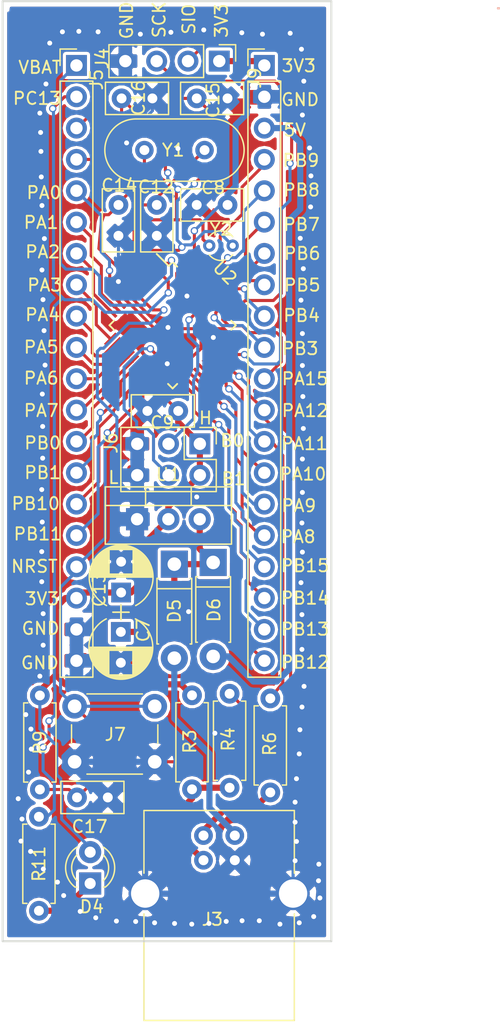
<source format=kicad_pcb>
(kicad_pcb (version 4) (host pcbnew 4.0.7)
  (layers (0 F.Cu signal) (31 B.Cu signal) (34 B.Paste user) (35 F.Paste user) (36 B.SilkS user) (37 F.SilkS user) (38 B.Mask user) (39 F.Mask user) (44 Edge.Cuts user))
  (net 0 "")
  (net 1 PC13)
  (net 2 "Net-(C7-Pad1)")
  (net 3 GNDB)
  (net 4 OSCIN)
  (net 5 OSCOUT)
  (net 6 OSC32IN)
  (net 7 OSC32OUT)
  (net 8 NRST)
  (net 9 "Net-(J3-Pad2)")
  (net 10 "Net-(J3-Pad3)")
  (net 11 3V3B)
  (net 12 PA13)
  (net 13 PA14)
  (net 14 VBAT)
  (net 15 5VB)
  (net 16 PB9)
  (net 17 PA0)
  (net 18 PB8)
  (net 19 PA1)
  (net 20 PB7)
  (net 21 PA2)
  (net 22 PB5)
  (net 23 PA3)
  (net 24 PA4)
  (net 25 PB4)
  (net 26 PA5)
  (net 27 PB3)
  (net 28 PA6)
  (net 29 PA15)
  (net 30 PA7)
  (net 31 PA12)
  (net 32 PB0)
  (net 33 PA11)
  (net 34 PB1)
  (net 35 PA10)
  (net 36 PB10)
  (net 37 PA9)
  (net 38 PB11)
  (net 39 PA8)
  (net 40 PB15)
  (net 41 PB14)
  (net 42 PB13)
  (net 43 PB12)
  (net 44 BOOT0)
  (net 45 PB2)
  (net 46 PB6)
  (net 47 "Net-(D4-Pad1)")
  (net 48 "Net-(D5-Pad2)")
  (module Housings_QFP:LQFP-48_7x7mm_Pitch0.5mm (layer F.Cu) (at 68.9102 55.2196 315)
    (fp_text reference U2 (at 0 -6 315) (layer F.SilkS))
    (fp_text value STM32F103C8T6)
    (pad 1 smd rect (at -4.35 -2.75 315) (size 1.3 0.25) (layers F.Cu F.Paste F.Mask) (net 14 VBAT))
    (pad 2 smd rect (at -4.35 -2.25 315) (size 1.3 0.25) (layers F.Cu F.Paste F.Mask) (net 1 PC13))
    (pad 3 smd rect (at -4.35 -1.75 315) (size 1.3 0.25) (layers F.Cu F.Paste F.Mask) (net 6 OSC32IN))
    (pad 4 smd rect (at -4.35 -1.25 315) (size 1.3 0.25) (layers F.Cu F.Paste F.Mask) (net 7 OSC32OUT))
    (pad 5 smd rect (at -4.35 -0.75 315) (size 1.3 0.25) (layers F.Cu F.Paste F.Mask) (net 4 OSCIN))
    (pad 6 smd rect (at -4.35 -0.25 315) (size 1.3 0.25) (layers F.Cu F.Paste F.Mask) (net 5 OSCOUT))
    (pad 7 smd rect (at -4.35 0.25 315) (size 1.3 0.25) (layers F.Cu F.Paste F.Mask) (net 8 NRST))
    (pad 8 smd rect (at -4.35 0.75 315) (size 1.3 0.25) (layers F.Cu F.Paste F.Mask) (net 3 GNDB))
    (pad 9 smd rect (at -4.35 1.25 315) (size 1.3 0.25) (layers F.Cu F.Paste F.Mask) (net 11 3V3B))
    (pad 10 smd rect (at -4.35 1.75 315) (size 1.3 0.25) (layers F.Cu F.Paste F.Mask) (net 17 PA0))
    (pad 11 smd rect (at -4.35 2.25 315) (size 1.3 0.25) (layers F.Cu F.Paste F.Mask) (net 19 PA1))
    (pad 12 smd rect (at -4.35 2.75 315) (size 1.3 0.25) (layers F.Cu F.Paste F.Mask) (net 21 PA2))
    (pad 13 smd rect (at -2.75 4.35 45) (size 1.3 0.25) (layers F.Cu F.Paste F.Mask) (net 23 PA3))
    (pad 14 smd rect (at -2.25 4.35 45) (size 1.3 0.25) (layers F.Cu F.Paste F.Mask) (net 24 PA4))
    (pad 15 smd rect (at -1.75 4.35 45) (size 1.3 0.25) (layers F.Cu F.Paste F.Mask) (net 26 PA5))
    (pad 16 smd rect (at -1.25 4.35 45) (size 1.3 0.25) (layers F.Cu F.Paste F.Mask) (net 28 PA6))
    (pad 17 smd rect (at -0.75 4.35 45) (size 1.3 0.25) (layers F.Cu F.Paste F.Mask) (net 30 PA7))
    (pad 18 smd rect (at -0.25 4.35 45) (size 1.3 0.25) (layers F.Cu F.Paste F.Mask) (net 32 PB0))
    (pad 19 smd rect (at 0.25 4.35 45) (size 1.3 0.25) (layers F.Cu F.Paste F.Mask) (net 34 PB1))
    (pad 20 smd rect (at 0.75 4.35 45) (size 1.3 0.25) (layers F.Cu F.Paste F.Mask) (net 45 PB2))
    (pad 21 smd rect (at 1.25 4.35 45) (size 1.3 0.25) (layers F.Cu F.Paste F.Mask) (net 36 PB10))
    (pad 22 smd rect (at 1.75 4.35 45) (size 1.3 0.25) (layers F.Cu F.Paste F.Mask) (net 38 PB11))
    (pad 23 smd rect (at 2.25 4.35 45) (size 1.3 0.25) (layers F.Cu F.Paste F.Mask) (net 3 GNDB))
    (pad 24 smd rect (at 2.75 4.35 45) (size 1.3 0.25) (layers F.Cu F.Paste F.Mask) (net 11 3V3B))
    (pad 25 smd rect (at 4.35 2.75 315) (size 1.3 0.25) (layers F.Cu F.Paste F.Mask) (net 43 PB12))
    (pad 26 smd rect (at 4.35 2.25 315) (size 1.3 0.25) (layers F.Cu F.Paste F.Mask) (net 42 PB13))
    (pad 27 smd rect (at 4.35 1.75 315) (size 1.3 0.25) (layers F.Cu F.Paste F.Mask) (net 41 PB14))
    (pad 28 smd rect (at 4.35 1.25 315) (size 1.3 0.25) (layers F.Cu F.Paste F.Mask) (net 40 PB15))
    (pad 29 smd rect (at 4.35 0.75 315) (size 1.3 0.25) (layers F.Cu F.Paste F.Mask) (net 39 PA8))
    (pad 30 smd rect (at 4.35 0.25 315) (size 1.3 0.25) (layers F.Cu F.Paste F.Mask) (net 37 PA9))
    (pad 31 smd rect (at 4.35 -0.25 315) (size 1.3 0.25) (layers F.Cu F.Paste F.Mask) (net 35 PA10))
    (pad 32 smd rect (at 4.35 -0.75 315) (size 1.3 0.25) (layers F.Cu F.Paste F.Mask) (net 33 PA11))
    (pad 33 smd rect (at 4.35 -1.25 315) (size 1.3 0.25) (layers F.Cu F.Paste F.Mask) (net 31 PA12))
    (pad 34 smd rect (at 4.35 -1.75 315) (size 1.3 0.25) (layers F.Cu F.Paste F.Mask) (net 12 PA13))
    (pad 35 smd rect (at 4.35 -2.25 315) (size 1.3 0.25) (layers F.Cu F.Paste F.Mask) (net 3 GNDB))
    (pad 36 smd rect (at 4.35 -2.75 315) (size 1.3 0.25) (layers F.Cu F.Paste F.Mask) (net 11 3V3B))
    (pad 37 smd rect (at 2.75 -4.35 45) (size 1.3 0.25) (layers F.Cu F.Paste F.Mask) (net 13 PA14))
    (pad 38 smd rect (at 2.25 -4.35 45) (size 1.3 0.25) (layers F.Cu F.Paste F.Mask) (net 29 PA15))
    (pad 39 smd rect (at 1.75 -4.35 45) (size 1.3 0.25) (layers F.Cu F.Paste F.Mask) (net 27 PB3))
    (pad 40 smd rect (at 1.25 -4.35 45) (size 1.3 0.25) (layers F.Cu F.Paste F.Mask) (net 25 PB4))
    (pad 41 smd rect (at 0.75 -4.35 45) (size 1.3 0.25) (layers F.Cu F.Paste F.Mask) (net 22 PB5))
    (pad 42 smd rect (at 0.25 -4.35 45) (size 1.3 0.25) (layers F.Cu F.Paste F.Mask) (net 46 PB6))
    (pad 43 smd rect (at -0.25 -4.35 45) (size 1.3 0.25) (layers F.Cu F.Paste F.Mask) (net 20 PB7))
    (pad 44 smd rect (at -0.75 -4.35 45) (size 1.3 0.25) (layers F.Cu F.Paste F.Mask) (net 44 BOOT0))
    (pad 45 smd rect (at -1.25 -4.35 45) (size 1.3 0.25) (layers F.Cu F.Paste F.Mask) (net 18 PB8))
    (pad 46 smd rect (at -1.75 -4.35 45) (size 1.3 0.25) (layers F.Cu F.Paste F.Mask) (net 16 PB9))
    (pad 47 smd rect (at -2.25 -4.35 45) (size 1.3 0.25) (layers F.Cu F.Paste F.Mask) (net 3 GNDB))
    (pad 48 smd rect (at -2.75 -4.35 45) (size 1.3 0.25) (layers F.Cu F.Paste F.Mask) (net 11 3V3B))
  )
  (module Pin_Headers:Pin_Header_Straight_1x20_Pitch2.54mm (layer F.Cu) (at 61.11 34.158)
    (fp_text reference J5 (at 1.628 1.148 270) (layer F.SilkS))
    (fp_text value Conn_01x20)
    (pad 1 thru_hole rect (at 0 0) (size 1.7 1.7) (drill 1) (layers *.Cu *.Mask) (net 14 VBAT))
    (pad 2 thru_hole oval (at 0 2.54) (size 1.7 1.7) (drill 1) (layers *.Cu *.Mask) (net 1 PC13))
    (pad 3 thru_hole oval (at 0 5.08) (size 1.7 1.7) (drill 1) (layers *.Cu *.Mask) (net 6 OSC32IN))
    (pad 4 thru_hole oval (at 0 7.62) (size 1.7 1.7) (drill 1) (layers *.Cu *.Mask) (net 7 OSC32OUT))
    (pad 5 thru_hole oval (at 0 10.16) (size 1.7 1.7) (drill 1) (layers *.Cu *.Mask) (net 17 PA0))
    (pad 6 thru_hole oval (at 0 12.7) (size 1.7 1.7) (drill 1) (layers *.Cu *.Mask) (net 19 PA1))
    (pad 7 thru_hole oval (at 0 15.24) (size 1.7 1.7) (drill 1) (layers *.Cu *.Mask) (net 21 PA2))
    (pad 8 thru_hole oval (at 0 17.78) (size 1.7 1.7) (drill 1) (layers *.Cu *.Mask) (net 23 PA3))
    (pad 9 thru_hole oval (at 0 20.32) (size 1.7 1.7) (drill 1) (layers *.Cu *.Mask) (net 24 PA4))
    (pad 10 thru_hole oval (at 0 22.86) (size 1.7 1.7) (drill 1) (layers *.Cu *.Mask) (net 26 PA5))
    (pad 11 thru_hole oval (at 0 25.4) (size 1.7 1.7) (drill 1) (layers *.Cu *.Mask) (net 28 PA6))
    (pad 12 thru_hole oval (at 0 27.94) (size 1.7 1.7) (drill 1) (layers *.Cu *.Mask) (net 30 PA7))
    (pad 13 thru_hole oval (at 0 30.48) (size 1.7 1.7) (drill 1) (layers *.Cu *.Mask) (net 32 PB0))
    (pad 14 thru_hole oval (at 0 33.02) (size 1.7 1.7) (drill 1) (layers *.Cu *.Mask) (net 34 PB1))
    (pad 15 thru_hole oval (at 0 35.56) (size 1.7 1.7) (drill 1) (layers *.Cu *.Mask) (net 36 PB10))
    (pad 16 thru_hole oval (at 0 38.1) (size 1.7 1.7) (drill 1) (layers *.Cu *.Mask) (net 38 PB11))
    (pad 17 thru_hole oval (at 0 40.64) (size 1.7 1.7) (drill 1) (layers *.Cu *.Mask) (net 8 NRST))
    (pad 18 thru_hole oval (at 0 43.18) (size 1.7 1.7) (drill 1) (layers *.Cu *.Mask) (net 11 3V3B))
    (pad 19 thru_hole oval (at 0 45.72) (size 1.7 1.7) (drill 1) (layers *.Cu *.Mask) (net 3 GNDB))
    (pad 20 thru_hole oval (at 0 48.26) (size 1.7 1.7) (drill 1) (layers *.Cu *.Mask) (net 3 GNDB))
  )
  (module Pin_Headers:Pin_Header_Straight_1x20_Pitch2.54mm (layer F.Cu) (at 76.35 34.158)
    (fp_text reference J9 (at -0.785 1.021 90) (layer F.SilkS))
    (fp_text value Conn_01x20)
    (pad 1 thru_hole rect (at 0 0) (size 1.7 1.7) (drill 1) (layers *.Cu *.Mask) (net 11 3V3B))
    (pad 2 thru_hole oval (at 0 2.54) (size 1.7 1.7) (drill 1) (layers *.Cu *.Mask) (net 3 GNDB))
    (pad 3 thru_hole oval (at 0 5.08) (size 1.7 1.7) (drill 1) (layers *.Cu *.Mask) (net 15 5VB))
    (pad 4 thru_hole oval (at 0 7.62) (size 1.7 1.7) (drill 1) (layers *.Cu *.Mask) (net 16 PB9))
    (pad 5 thru_hole oval (at 0 10.16) (size 1.7 1.7) (drill 1) (layers *.Cu *.Mask) (net 18 PB8))
    (pad 6 thru_hole oval (at 0 12.7) (size 1.7 1.7) (drill 1) (layers *.Cu *.Mask) (net 20 PB7))
    (pad 7 thru_hole oval (at 0 15.24) (size 1.7 1.7) (drill 1) (layers *.Cu *.Mask) (net 46 PB6))
    (pad 8 thru_hole oval (at 0 17.78) (size 1.7 1.7) (drill 1) (layers *.Cu *.Mask) (net 22 PB5))
    (pad 9 thru_hole oval (at 0 20.32) (size 1.7 1.7) (drill 1) (layers *.Cu *.Mask) (net 25 PB4))
    (pad 10 thru_hole oval (at 0 22.86) (size 1.7 1.7) (drill 1) (layers *.Cu *.Mask) (net 27 PB3))
    (pad 11 thru_hole oval (at 0 25.4) (size 1.7 1.7) (drill 1) (layers *.Cu *.Mask) (net 29 PA15))
    (pad 12 thru_hole oval (at 0 27.94) (size 1.7 1.7) (drill 1) (layers *.Cu *.Mask) (net 31 PA12))
    (pad 13 thru_hole oval (at 0 30.48) (size 1.7 1.7) (drill 1) (layers *.Cu *.Mask) (net 33 PA11))
    (pad 14 thru_hole oval (at 0 33.02) (size 1.7 1.7) (drill 1) (layers *.Cu *.Mask) (net 35 PA10))
    (pad 15 thru_hole oval (at 0 35.56) (size 1.7 1.7) (drill 1) (layers *.Cu *.Mask) (net 37 PA9))
    (pad 16 thru_hole oval (at 0 38.1) (size 1.7 1.7) (drill 1) (layers *.Cu *.Mask) (net 39 PA8))
    (pad 17 thru_hole oval (at 0 40.64) (size 1.7 1.7) (drill 1) (layers *.Cu *.Mask) (net 40 PB15))
    (pad 18 thru_hole oval (at 0 43.18) (size 1.7 1.7) (drill 1) (layers *.Cu *.Mask) (net 41 PB14))
    (pad 19 thru_hole oval (at 0 45.72) (size 1.7 1.7) (drill 1) (layers *.Cu *.Mask) (net 42 PB13))
    (pad 20 thru_hole oval (at 0 48.26) (size 1.7 1.7) (drill 1) (layers *.Cu *.Mask) (net 43 PB12))
  )
  (module Capacitors_THT:C_Disc_D5.0mm_W2.5mm_P2.50mm (layer F.Cu) (at 67.6275 45.466 270)
    (fp_text reference C12 (at -1.4605 0.0635 360) (layer F.SilkS))
    (fp_text value "20 pF")
    (pad 1 thru_hole circle (at 0 0 270) (size 1.6 1.6) (drill 0.8) (layers *.Cu *.Mask) (net 4 OSCIN))
    (pad 2 thru_hole circle (at 2.5 0 270) (size 1.6 1.6) (drill 0.8) (layers *.Cu *.Mask) (net 3 GNDB))
  )
  (module Capacitors_THT:C_Disc_D5.0mm_W2.5mm_P2.50mm (layer F.Cu) (at 64.516 45.466 270)
    (fp_text reference C14 (at -1.5875 -0.0635 540) (layer F.SilkS))
    (fp_text value "20 pF")
    (pad 1 thru_hole circle (at 0 0 270) (size 1.6 1.6) (drill 0.8) (layers *.Cu *.Mask) (net 5 OSCOUT))
    (pad 2 thru_hole circle (at 2.5 0 270) (size 1.6 1.6) (drill 0.8) (layers *.Cu *.Mask) (net 3 GNDB))
  )
  (module Capacitors_THT:C_Disc_D5.0mm_W2.5mm_P2.50mm (layer F.Cu) (at 70.866 36.83)
    (fp_text reference C15 (at 1.3208 0.1524 90) (layer F.SilkS))
    (fp_text value "20 pF")
    (pad 1 thru_hole circle (at 0 0) (size 1.6 1.6) (drill 0.8) (layers *.Cu *.Mask) (net 6 OSC32IN))
    (pad 2 thru_hole circle (at 2.5 0) (size 1.6 1.6) (drill 0.8) (layers *.Cu *.Mask) (net 3 GNDB))
  )
  (module Capacitors_THT:C_Disc_D5.0mm_W2.5mm_P2.50mm (layer F.Cu) (at 64.77 36.83)
    (fp_text reference C16 (at 1.3716 -0.0508 90) (layer F.SilkS))
    (fp_text value "20 pF")
    (pad 1 thru_hole circle (at 0 0) (size 1.6 1.6) (drill 0.8) (layers *.Cu *.Mask) (net 7 OSC32OUT))
    (pad 2 thru_hole circle (at 2.5 0) (size 1.6 1.6) (drill 0.8) (layers *.Cu *.Mask) (net 3 GNDB))
  )
  (module Pin_Headers:Pin_Header_Straight_1x04_Pitch2.54mm (layer F.Cu) (at 72.6948 33.8074 270)
    (fp_text reference J4 (at -0.2032 9.4996 450) (layer F.SilkS))
    (fp_text value Conn_01x04)
    (pad 1 thru_hole rect (at 0 0 270) (size 1.7 1.7) (drill 1) (layers *.Cu *.Mask) (net 11 3V3B))
    (pad 2 thru_hole oval (at 0 2.54 270) (size 1.7 1.7) (drill 1) (layers *.Cu *.Mask) (net 12 PA13))
    (pad 3 thru_hole oval (at 0 5.08 270) (size 1.7 1.7) (drill 1) (layers *.Cu *.Mask) (net 13 PA14))
    (pad 4 thru_hole oval (at 0 7.62 270) (size 1.7 1.7) (drill 1) (layers *.Cu *.Mask) (net 3 GNDB))
  )
  (module Crystals:Crystal_HC49-U_Vertical (layer F.Cu) (at 71.501 41.021 180)
    (fp_text reference Y1 (at 2.54 0 180) (layer F.SilkS))
    (fp_text value "8 MHz")
    (pad 1 thru_hole circle (at 0 0 180) (size 1.5 1.5) (drill 0.8) (layers *.Cu *.Mask) (net 4 OSCIN))
    (pad 2 thru_hole circle (at 4.88 0 180) (size 1.5 1.5) (drill 0.8) (layers *.Cu *.Mask) (net 5 OSCOUT))
  )
  (module Crystals:Crystal_Round_d2.0mm_Vertical (layer F.Cu) (at 71.882 48.768)
    (fp_text reference Y2 (at 0.9525 -1.3335) (layer F.SilkS))
    (fp_text value Crystal)
    (pad 1 thru_hole circle (at 0 0) (size 1 1) (drill 0.5) (layers *.Cu *.Mask) (net 7 OSC32OUT))
    (pad 2 thru_hole circle (at 1.9 0) (size 1 1) (drill 0.5) (layers *.Cu *.Mask) (net 6 OSC32IN))
  )
  (module Capacitors_THT:C_Disc_D5.0mm_W2.5mm_P2.50mm (layer F.Cu) (at 70.866 45.466)
    (fp_text reference C8 (at 1.3335 -1.397) (layer F.SilkS))
    (fp_text value "0.1 uF")
    (pad 1 thru_hole circle (at 0 0) (size 1.6 1.6) (drill 0.8) (layers *.Cu *.Mask) (net 3 GNDB))
    (pad 2 thru_hole circle (at 2.5 0) (size 1.6 1.6) (drill 0.8) (layers *.Cu *.Mask) (net 11 3V3B))
  )
  (module Capacitors_THT:CP_Radial_D5.0mm_P2.50mm (layer F.Cu) (at 64.70904 80.07604 270)
    (fp_text reference C7 (at -0.1397 -1.8161 270) (layer F.SilkS))
    (fp_text value "1 uF")
    (pad 1 thru_hole rect (at 0 0 270) (size 1.6 1.6) (drill 0.8) (layers *.Cu *.Mask) (net 2 "Net-(C7-Pad1)"))
    (pad 2 thru_hole circle (at 2.5 0 270) (size 1.6 1.6) (drill 0.8) (layers *.Cu *.Mask) (net 3 GNDB))
  )
  (module Capacitors_THT:C_Disc_D5.0mm_W2.5mm_P2.50mm (layer F.Cu) (at 66.8655 62.1665)
    (fp_text reference C9 (at 1.2065 0.9525) (layer F.SilkS))
    (fp_text value "0.1 uF")
    (pad 1 thru_hole circle (at 0 0) (size 1.6 1.6) (drill 0.8) (layers *.Cu *.Mask) (net 3 GNDB))
    (pad 2 thru_hole circle (at 2.5 0) (size 1.6 1.6) (drill 0.8) (layers *.Cu *.Mask) (net 11 3V3B))
  )
  (module Capacitors_THT:CP_Radial_D5.0mm_P2.50mm (layer F.Cu) (at 64.7319 76.8858 90)
    (fp_text reference C13 (at 0.2667 -1.778 90) (layer F.SilkS))
    (fp_text value "1 uF")
    (pad 1 thru_hole rect (at 0 0 90) (size 1.6 1.6) (drill 0.8) (layers *.Cu *.Mask) (net 11 3V3B))
    (pad 2 thru_hole circle (at 2.5 0 90) (size 1.6 1.6) (drill 0.8) (layers *.Cu *.Mask) (net 3 GNDB))
  )
  (module Capacitors_THT:C_Disc_D5.0mm_W2.5mm_P2.50mm (layer F.Cu) (at 61.15304 93.4974)
    (fp_text reference C17 (at 1.02616 2.3622) (layer F.SilkS))
    (fp_text value "10 nF")
    (pad 1 thru_hole circle (at 0 0) (size 1.6 1.6) (drill 0.8) (layers *.Cu *.Mask) (net 8 NRST))
    (pad 2 thru_hole circle (at 2.5 0) (size 1.6 1.6) (drill 0.8) (layers *.Cu *.Mask) (net 3 GNDB))
  )
  (module LEDs:LED_D3.0mm (layer F.Cu) (at 62.21984 100.47224 90)
    (fp_text reference D4 (at -1.88976 0.13716 180) (layer F.SilkS))
    (fp_text value LED)
    (pad 1 thru_hole rect (at 0 0 90) (size 1.8 1.8) (drill 0.9) (layers *.Cu *.Mask) (net 47 "Net-(D4-Pad1)"))
    (pad 2 thru_hole circle (at 2.54 0 90) (size 1.8 1.8) (drill 0.9) (layers *.Cu *.Mask) (net 11 3V3B))
  )
  (module Diodes_THT:D_DO-41_SOD81_P7.62mm_Horizontal (layer F.Cu) (at 69.0499 74.5871 270)
    (fp_text reference D5 (at 3.7973 0 270) (layer F.SilkS))
    (fp_text value D_Schottky)
    (pad 1 thru_hole rect (at 0 0 270) (size 2.2 2.2) (drill 1.1) (layers *.Cu *.Mask) (net 2 "Net-(C7-Pad1)"))
    (pad 2 thru_hole oval (at 7.62 0 270) (size 2.2 2.2) (drill 1.1) (layers *.Cu *.Mask) (net 48 "Net-(D5-Pad2)"))
  )
  (module Diodes_THT:D_DO-41_SOD81_P7.62mm_Horizontal (layer F.Cu) (at 72.1995 74.4474 270)
    (fp_text reference D6 (at 3.8608 -0.0635 270) (layer F.SilkS))
    (fp_text value D_Schottky)
    (pad 1 thru_hole rect (at 0 0 270) (size 2.2 2.2) (drill 1.1) (layers *.Cu *.Mask) (net 2 "Net-(C7-Pad1)"))
    (pad 2 thru_hole oval (at 7.62 0 270) (size 2.2 2.2) (drill 1.1) (layers *.Cu *.Mask) (net 15 5VB))
  )
  (module Connectors:USB_B (layer F.Cu) (at 73.95464 96.58604 270)
    (fp_text reference J3 (at 6.79196 1.81864 360) (layer F.SilkS))
    (fp_text value USB_B)
    (pad 2 thru_hole circle (at 0 2.54 180) (size 1.52 1.52) (drill 0.81) (layers *.Cu *.Mask) (net 9 "Net-(J3-Pad2)"))
    (pad 1 thru_hole circle (at 0 0 180) (size 1.52 1.52) (drill 0.81) (layers *.Cu *.Mask) (net 48 "Net-(D5-Pad2)"))
    (pad 4 thru_hole circle (at 2 0 180) (size 1.52 1.52) (drill 0.81) (layers *.Cu *.Mask) (net 3 GNDB))
    (pad 3 thru_hole circle (at 2 2.54 180) (size 1.52 1.52) (drill 0.81) (layers *.Cu *.Mask) (net 10 "Net-(J3-Pad3)"))
    (pad 5 thru_hole circle (at 4.7 7.27 180) (size 2.7 2.7) (drill 2.3) (layers *.Cu *.Mask) (net 3 GNDB))
    (pad 5 thru_hole circle (at 4.7 -4.73 180) (size 2.7 2.7) (drill 2.3) (layers *.Cu *.Mask) (net 3 GNDB))
  )
  (module Pin_Headers:Pin_Header_Straight_2x03_Pitch2.54mm (layer F.Cu) (at 71.12 64.8335 270)
    (fp_text reference J6 (at -0.06858 7.19582 270) (layer F.SilkS))
    (fp_text value Conn_02x03_Odd_Even)
    (pad 1 thru_hole rect (at 0 0 270) (size 1.7 1.7) (drill 1) (layers *.Cu *.Mask) (net 11 3V3B))
    (pad 2 thru_hole oval (at 2.54 0 270) (size 1.7 1.7) (drill 1) (layers *.Cu *.Mask) (net 11 3V3B))
    (pad 3 thru_hole oval (at 0 2.54 270) (size 1.7 1.7) (drill 1) (layers *.Cu *.Mask) (net 44 BOOT0))
    (pad 4 thru_hole oval (at 2.54 2.54 270) (size 1.7 1.7) (drill 1) (layers *.Cu *.Mask) (net 45 PB2))
    (pad 5 thru_hole oval (at 0 5.08 270) (size 1.7 1.7) (drill 1) (layers *.Cu *.Mask) (net 3 GNDB))
    (pad 6 thru_hole oval (at 2.54 5.08 270) (size 1.7 1.7) (drill 1) (layers *.Cu *.Mask) (net 3 GNDB))
  )
  (module Buttons_Switches_THT:SW_PUSH_6mm (layer F.Cu) (at 60.96 86.106)
    (fp_text reference J7 (at 3.302 2.286) (layer F.SilkS))
    (fp_text value Conn_01x02)
    (pad 2 thru_hole circle (at 0 4.5 90) (size 2 2) (drill 1.1) (layers *.Cu *.Mask) (net 3 GNDB))
    (pad 1 thru_hole circle (at 0 0 90) (size 2 2) (drill 1.1) (layers *.Cu *.Mask) (net 8 NRST))
    (pad 2 thru_hole circle (at 6.5 4.5 90) (size 2 2) (drill 1.1) (layers *.Cu *.Mask) (net 3 GNDB))
    (pad 1 thru_hole circle (at 6.5 0 90) (size 2 2) (drill 1.1) (layers *.Cu *.Mask) (net 8 NRST))
  )
  (module Resistors_THT:R_Axial_DIN0207_L6.3mm_D2.5mm_P7.62mm_Horizontal (layer F.Cu) (at 70.485 85.217 270)
    (fp_text reference R3 (at 3.7465 0.1778 270) (layer F.SilkS))
    (fp_text value 1.5k)
    (pad 1 thru_hole circle (at 0 0 270) (size 1.6 1.6) (drill 0.8) (layers *.Cu *.Mask) (net 11 3V3B))
    (pad 2 thru_hole oval (at 7.62 0 270) (size 1.6 1.6) (drill 0.8) (layers *.Cu *.Mask) (net 10 "Net-(J3-Pad3)"))
  )
  (module Resistors_THT:R_Axial_DIN0207_L6.3mm_D2.5mm_P7.62mm_Horizontal (layer F.Cu) (at 73.533 85.09 270)
    (fp_text reference R4 (at 3.6957 0.1143 270) (layer F.SilkS))
    (fp_text value 22R)
    (pad 1 thru_hole circle (at 0 0 270) (size 1.6 1.6) (drill 0.8) (layers *.Cu *.Mask) (net 31 PA12))
    (pad 2 thru_hole oval (at 7.62 0 270) (size 1.6 1.6) (drill 0.8) (layers *.Cu *.Mask) (net 10 "Net-(J3-Pad3)"))
  )
  (module Resistors_THT:R_Axial_DIN0207_L6.3mm_D2.5mm_P7.62mm_Horizontal (layer F.Cu) (at 76.835 85.471 270)
    (fp_text reference R6 (at 3.683 0.0508 270) (layer F.SilkS))
    (fp_text value 22R)
    (pad 1 thru_hole circle (at 0 0 270) (size 1.6 1.6) (drill 0.8) (layers *.Cu *.Mask) (net 33 PA11))
    (pad 2 thru_hole oval (at 7.62 0 270) (size 1.6 1.6) (drill 0.8) (layers *.Cu *.Mask) (net 9 "Net-(J3-Pad2)"))
  )
  (module Resistors_THT:R_Axial_DIN0207_L6.3mm_D2.5mm_P7.62mm_Horizontal (layer F.Cu) (at 58.1406 85.23224 270)
    (fp_text reference R9 (at 3.81 0 270) (layer F.SilkS))
    (fp_text value 1.5k)
    (pad 1 thru_hole circle (at 0 0 270) (size 1.6 1.6) (drill 0.8) (layers *.Cu *.Mask) (net 11 3V3B))
    (pad 2 thru_hole oval (at 7.62 0 270) (size 1.6 1.6) (drill 0.8) (layers *.Cu *.Mask) (net 8 NRST))
  )
  (module Resistors_THT:R_Axial_DIN0207_L6.3mm_D2.5mm_P7.62mm_Horizontal (layer F.Cu) (at 58.0644 95.06204 270)
    (fp_text reference R11 (at 3.8227 0 270) (layer F.SilkS))
    (fp_text value 470R)
    (pad 1 thru_hole circle (at 0 0 270) (size 1.6 1.6) (drill 0.8) (layers *.Cu *.Mask) (net 1 PC13))
    (pad 2 thru_hole oval (at 7.62 0 270) (size 1.6 1.6) (drill 0.8) (layers *.Cu *.Mask) (net 47 "Net-(D4-Pad1)"))
  )
  (module TO_SOT_Packages_THT:TO-220-3_Vertical (layer F.Cu) (at 66.0273 70.9422)
    (fp_text reference U1 (at 2.54 -3.62) (layer F.SilkS))
    (fp_text value LM1117-3.3)
    (pad 1 thru_hole rect (at 0 0) (size 1.8 1.8) (drill 1) (layers *.Cu *.Mask) (net 3 GNDB))
    (pad 2 thru_hole oval (at 2.54 0) (size 1.8 1.8) (drill 1) (layers *.Cu *.Mask) (net 11 3V3B))
    (pad 3 thru_hole oval (at 5.08 0) (size 1.8 1.8) (drill 1) (layers *.Cu *.Mask) (net 2 "Net-(C7-Pad1)"))
  )
  (gr_line (start 55.118 105.156) (end 55.118 28.956) (angle 90) (layer Edge.Cuts) (width 0.15))
  (gr_line (start 81.788 105.156) (end 55.118 105.156) (angle 90) (layer Edge.Cuts) (width 0.15))
  (gr_line (start 81.788 28.956) (end 81.788 105.156) (angle 90) (layer Edge.Cuts) (width 0.15))
  (gr_line (start 55.118 28.956) (end 81.788 28.956) (angle 90) (layer Edge.Cuts) (width 0.15))
  (gr_line (start 95.3135 29.5275) (end 95.377 29.5275) (angle 90) (layer B.SilkS) (width 0.2))
  (gr_text B1 (at 73.8632 67.6656) (layer F.SilkS) (effects (font (size 1 1))))
  (gr_text B0 (at 73.7616 64.5668) (layer F.SilkS) (effects (font (size 1 1))))
  (gr_text L (at 64.1096 67.564) (layer F.SilkS) (effects (font (size 1 1))))
  (gr_text H (at 71.5772 62.738) (layer F.SilkS) (effects (font (size 1 1))))
  (gr_text SCK (at 67.818 30.4546 90) (layer F.SilkS) (effects (font (size 1 1))))
  (gr_text SIO (at 70.231 30.4038 90) (layer F.SilkS) (effects (font (size 1 1))))
  (gr_text GND (at 65.1764 30.5054 90) (layer F.SilkS) (effects (font (size 1 1))))
  (gr_text 3V3 (at 72.8726 30.5308 90) (layer F.SilkS) (effects (font (size 1 1))))
  (gr_text 3V3 (at 79.1464 34.1884) (layer F.SilkS) (effects (font (size 1 1))))
  (gr_text GND (at 79.2607 36.9316) (layer F.SilkS) (effects (font (size 1 1))))
  (gr_text 5V (at 78.8162 39.3954) (layer F.SilkS) (effects (font (size 1 1))))
  (gr_text PB9 (at 79.3242 41.8592) (layer F.SilkS) (effects (font (size 1 1))))
  (gr_text PB8 (at 79.375 44.2595) (layer F.SilkS) (effects (font (size 1 1))))
  (gr_text PB7 (at 79.375 47.0535) (layer F.SilkS) (effects (font (size 1 1))))
  (gr_text PB6 (at 79.4258 49.403) (layer F.SilkS) (effects (font (size 1 1))))
  (gr_text PB5 (at 79.4258 51.9684) (layer F.SilkS) (effects (font (size 1 1))))
  (gr_text PB4 (at 79.375 54.4322) (layer F.SilkS) (effects (font (size 1 1))))
  (gr_text PB3 (at 79.2607 57.1119) (layer F.SilkS) (effects (font (size 1 1))))
  (gr_text PA15 (at 79.6544 59.563) (layer F.SilkS) (effects (font (size 1 1))))
  (gr_text PA12 (at 79.6544 62.1411) (layer F.SilkS) (effects (font (size 1 1))))
  (gr_text PA11 (at 79.6036 64.8208) (layer F.SilkS) (effects (font (size 1 1))))
  (gr_text PA10 (at 79.4893 67.2846) (layer F.SilkS) (effects (font (size 1 1))))
  (gr_text PA9 (at 79.1464 69.85) (layer F.SilkS) (effects (font (size 1 1))))
  (gr_text PA8 (at 79.0956 72.3646) (layer F.SilkS) (effects (font (size 1 1))))
  (gr_text PB15 (at 79.6544 74.7141) (layer F.SilkS) (effects (font (size 1 1))))
  (gr_text PB14 (at 79.6544 77.343) (layer F.SilkS) (effects (font (size 1 1))))
  (gr_text PB13 (at 79.6544 79.8576) (layer F.SilkS) (effects (font (size 1 1))))
  (gr_text PB12 (at 79.6544 82.5373) (layer F.SilkS) (effects (font (size 1 1))))
  (gr_text GND (at 58.1406 82.59064) (layer F.SilkS) (effects (font (size 1 1))))
  (gr_text GND (at 58.19648 79.79664) (layer F.SilkS) (effects (font (size 1 1))))
  (gr_text 3V3 (at 58.30824 77.3938) (layer F.SilkS) (effects (font (size 1 1))))
  (gr_text NRST (at 57.69356 74.76744) (layer F.SilkS) (effects (font (size 1 1))))
  (gr_text PB11 (at 57.97296 72.14108) (layer F.SilkS) (effects (font (size 1 1))))
  (gr_text PB10 (at 57.80532 69.68236) (layer F.SilkS) (effects (font (size 1 1))))
  (gr_text PB1 (at 58.36412 67.16776) (layer F.SilkS) (effects (font (size 1 1))))
  (gr_text PB0 (at 58.36412 64.76492) (layer F.SilkS) (effects (font (size 1 1))))
  (gr_text PA7 (at 58.25236 62.13856) (layer F.SilkS) (effects (font (size 1 1))))
  (gr_text PA6 (at 58.25236 59.5122) (layer F.SilkS) (effects (font (size 1 1))))
  (gr_text PA5 (at 58.25236 56.9976) (layer F.SilkS) (effects (font (size 1 1))))
  (gr_text PA4 (at 58.36412 54.37124) (layer F.SilkS) (effects (font (size 1 1))))
  (gr_text PA3 (at 58.53176 51.9684) (layer F.SilkS) (effects (font (size 1 1))))
  (gr_text PA2 (at 58.3692 49.276) (layer F.SilkS) (effects (font (size 1 1))))
  (gr_text PA1 (at 58.2422 46.8884) (layer F.SilkS) (effects (font (size 1 1))))
  (gr_text PA0 (at 58.4708 44.4754) (layer F.SilkS) (effects (font (size 1 1))))
  (gr_text PC13 (at 57.912 36.83) (layer F.SilkS) (effects (font (size 1 1))))
  (gr_text VBAT (at 58.1406 34.3154) (layer F.SilkS) (effects (font (size 1 1))))
  (segment (start 72.689798 42.965969) (end 72.731031 42.965969) (width 0.25) (layer F.Cu) (net 0))
  (segment (start 72.689798 42.965969) (end 72.731031 42.965969) (width 0.25) (layer F.Cu) (net 0))
  (segment (start 72.689798 42.965969) (end 72.731031 42.965969) (width 0.25) (layer F.Cu) (net 0))
  (segment (start 67.425276 50.552695) (end 67.458935 50.552695) (width 0.25) (layer F.Cu) (net 1))
  (segment (start 67.458935 50.552695) (end 68.55714 51.6509) (width 0.25) (layer F.Cu) (net 1))
  (segment (start 68.55714 51.6509) (end 68.55714 52.5907) (width 0.25) (layer F.Cu) (net 1))
  (segment (start 68.55714 52.5907) (end 68.475221 52.5907) (width 0.25) (layer F.Cu) (net 1))
  (segment (start 59.99226 53.00726) (end 60.1345 53.1495) (width 0.25) (layer B.Cu) (net 1))
  (segment (start 63.4365 54.1655) (end 66.929 54.1655) (width 0.25) (layer B.Cu) (net 1))
  (segment (start 60.1345 53.1495) (end 62.4205 53.1495) (width 0.25) (layer B.Cu) (net 1))
  (segment (start 62.4205 53.1495) (end 63.4365 54.1655) (width 0.25) (layer B.Cu) (net 1))
  (via (at 68.55714 52.5907) (size 0.6) (drill 0.4) (layers F.Cu B.Cu) (net 1))
  (segment (start 66.929 54.1655) (end 68.55714 52.5907) (width 0.25) (layer B.Cu) (net 1))
  (segment (start 59.31408 53.68544) (end 59.99226 53.00726) (width 0.25) (layer B.Cu) (net 1))
  (segment (start 59.31408 84.51088) (end 59.31408 53.68544) (width 0.25) (layer B.Cu) (net 1))
  (segment (start 59.366998 84.563798) (end 59.31408 84.51088) (width 0.25) (layer B.Cu) (net 1))
  (segment (start 59.366998 86.815082) (end 59.366998 84.563798) (width 0.25) (layer B.Cu) (net 1))
  (segment (start 58.88736 87.29472) (end 59.366998 86.815082) (width 0.25) (layer B.Cu) (net 1))
  (via (at 58.88736 87.29472) (size 0.6) (drill 0.4) (layers F.Cu B.Cu) (net 1))
  (segment (start 58.88736 88.94064) (end 58.88736 87.29472) (width 0.25) (layer F.Cu) (net 1))
  (segment (start 58.39968 89.42832) (end 58.88736 88.94064) (width 0.25) (layer F.Cu) (net 1))
  (via (at 58.39968 89.42832) (size 0.6) (drill 0.4) (layers F.Cu B.Cu) (net 1))
  (segment (start 58.39968 91.3384) (end 58.39968 89.42832) (width 0.25) (layer B.Cu) (net 1))
  (segment (start 59.31408 92.2528) (end 58.39968 91.3384) (width 0.25) (layer B.Cu) (net 1))
  (segment (start 59.31408 94.488) (end 59.31408 92.2528) (width 0.25) (layer B.Cu) (net 1))
  (segment (start 58.74004 95.06204) (end 59.31408 94.488) (width 0.25) (layer B.Cu) (net 1))
  (segment (start 58.0644 95.06204) (end 58.74004 95.06204) (width 0.25) (layer B.Cu) (net 1))
  (segment (start 60.1395 36.698) (end 59.182 37.6555) (width 0.25) (layer F.Cu) (net 1))
  (via (at 59.182 37.6555) (size 0.6) (drill 0.4) (layers F.Cu B.Cu) (net 1))
  (segment (start 59.182 37.6555) (end 59.2455 37.719) (width 0.25) (layer B.Cu) (net 1))
  (segment (start 59.2455 37.719) (end 59.2455 52.2605) (width 0.25) (layer B.Cu) (net 1))
  (segment (start 59.2455 52.2605) (end 59.99226 53.00726) (width 0.25) (layer B.Cu) (net 1))
  (segment (start 61.11 36.698) (end 60.1395 36.698) (width 0.25) (layer F.Cu) (net 1))
  (segment (start 67.425276 50.552695) (end 67.425276 50.559676) (width 0.25) (layer F.Cu) (net 1))
  (segment (start 64.70904 80.07604) (end 67.2846 80.07604) (width 0.5) (layer F.Cu) (net 2))
  (segment (start 69.0499 78.31074) (end 69.0499 74.5871) (width 0.5) (layer F.Cu) (net 2))
  (segment (start 67.2846 80.07604) (end 69.0499 78.31074) (width 0.5) (layer F.Cu) (net 2))
  (segment (start 69.0499 74.5871) (end 72.0598 74.5871) (width 0.5) (layer F.Cu) (net 2))
  (segment (start 72.0598 74.5871) (end 72.1995 74.4474) (width 0.5) (layer F.Cu) (net 2))
  (segment (start 71.1073 70.9422) (end 71.1073 73.3552) (width 0.5) (layer F.Cu) (net 2))
  (segment (start 71.1073 73.3552) (end 72.1995 74.4474) (width 0.5) (layer F.Cu) (net 2))
  (segment (start 67.379978 54.7878) (end 67.45224 54.7878) (width 0.25) (layer F.Cu) (net 3))
  (segment (start 65.303955 52.711777) (end 67.379978 54.7878) (width 0.25) (layer F.Cu) (net 3))
  (via (at 68.53428 55.3974) (size 0.6) (drill 0.4) (layers F.Cu B.Cu) (net 3))
  (segment (start 68.06184 55.3974) (end 68.53428 55.3974) (width 0.25) (layer F.Cu) (net 3))
  (segment (start 67.45224 54.7878) (end 68.06184 55.3974) (width 0.25) (layer F.Cu) (net 3))
  (segment (start 67.425276 59.886505) (end 67.474175 59.886505) (width 0.25) (layer F.Cu) (net 3))
  (segment (start 67.474175 59.886505) (end 68.47332 58.88736) (width 0.25) (layer F.Cu) (net 3))
  (via (at 68.47332 58.33872) (size 0.6) (drill 0.4) (layers F.Cu B.Cu) (net 3))
  (segment (start 68.47332 58.88736) (end 68.47332 58.33872) (width 0.25) (layer F.Cu) (net 3))
  (segment (start 67.425276 59.886505) (end 67.436075 59.886505) (width 0.25) (layer F.Cu) (net 3))
  (segment (start 65.0748 33.8074) (end 65.0748 31.60268) (width 0.25) (layer F.Cu) (net 3))
  (segment (start 78.68464 98.79024) (end 78.68464 101.28604) (width 0.25) (layer B.Cu) (net 3))
  (segment (start 78.84668 98.6282) (end 78.68464 98.79024) (width 0.25) (layer B.Cu) (net 3))
  (via (at 78.84668 98.6282) (size 0.6) (drill 0.4) (layers F.Cu B.Cu) (net 3))
  (segment (start 78.84668 97.17532) (end 78.84668 98.6282) (width 0.25) (layer F.Cu) (net 3))
  (segment (start 78.95844 97.06356) (end 78.84668 97.17532) (width 0.25) (layer F.Cu) (net 3))
  (via (at 78.95844 97.06356) (size 0.6) (drill 0.4) (layers F.Cu B.Cu) (net 3))
  (segment (start 78.95844 95.61068) (end 78.95844 97.06356) (width 0.25) (layer B.Cu) (net 3))
  (segment (start 78.84668 95.49892) (end 78.95844 95.61068) (width 0.25) (layer B.Cu) (net 3))
  (via (at 78.84668 95.49892) (size 0.6) (drill 0.4) (layers F.Cu B.Cu) (net 3))
  (segment (start 78.84668 93.8784) (end 78.84668 95.49892) (width 0.25) (layer F.Cu) (net 3))
  (via (at 78.84668 93.8784) (size 0.6) (drill 0.4) (layers F.Cu B.Cu) (net 3))
  (segment (start 78.84668 92.09024) (end 78.84668 93.8784) (width 0.25) (layer B.Cu) (net 3))
  (segment (start 78.95844 91.97848) (end 78.84668 92.09024) (width 0.25) (layer B.Cu) (net 3))
  (via (at 78.95844 91.97848) (size 0.6) (drill 0.4) (layers F.Cu B.Cu) (net 3))
  (segment (start 78.95844 90.19032) (end 78.95844 91.97848) (width 0.25) (layer F.Cu) (net 3))
  (segment (start 79.18196 89.9668) (end 78.95844 90.19032) (width 0.25) (layer F.Cu) (net 3))
  (via (at 79.18196 89.9668) (size 0.6) (drill 0.4) (layers F.Cu B.Cu) (net 3))
  (segment (start 79.18196 88.06688) (end 79.18196 89.9668) (width 0.25) (layer B.Cu) (net 3))
  (segment (start 79.23784 88.011) (end 79.18196 88.06688) (width 0.25) (layer B.Cu) (net 3))
  (via (at 79.23784 88.011) (size 0.6) (drill 0.4) (layers F.Cu B.Cu) (net 3))
  (segment (start 79.23784 86.3346) (end 79.23784 88.011) (width 0.25) (layer F.Cu) (net 3))
  (segment (start 79.40548 86.16696) (end 79.23784 86.3346) (width 0.25) (layer F.Cu) (net 3))
  (via (at 79.40548 86.16696) (size 0.6) (drill 0.4) (layers F.Cu B.Cu) (net 3))
  (segment (start 79.40548 84.6582) (end 79.40548 86.16696) (width 0.25) (layer B.Cu) (net 3))
  (segment (start 79.57312 84.49056) (end 79.40548 84.6582) (width 0.25) (layer B.Cu) (net 3))
  (via (at 79.57312 84.49056) (size 0.6) (drill 0.4) (layers F.Cu B.Cu) (net 3))
  (segment (start 79.57312 81.66862) (end 79.57312 84.49056) (width 0.25) (layer F.Cu) (net 3))
  (segment (start 79.4004 81.4959) (end 79.57312 81.66862) (width 0.25) (layer F.Cu) (net 3))
  (via (at 79.4004 81.4959) (size 0.6) (drill 0.4) (layers F.Cu B.Cu) (net 3))
  (segment (start 79.4004 78.6765) (end 79.4004 81.4959) (width 0.25) (layer B.Cu) (net 3))
  (via (at 79.4004 78.6765) (size 0.6) (drill 0.4) (layers F.Cu B.Cu) (net 3))
  (segment (start 79.4004 76.1619) (end 79.4004 78.6765) (width 0.25) (layer F.Cu) (net 3))
  (segment (start 79.3242 76.0857) (end 79.4004 76.1619) (width 0.25) (layer F.Cu) (net 3))
  (via (at 79.3242 76.0857) (size 0.6) (drill 0.4) (layers F.Cu B.Cu) (net 3))
  (segment (start 79.3242 73.7235) (end 79.3242 76.0857) (width 0.25) (layer B.Cu) (net 3))
  (segment (start 79.4385 73.6092) (end 79.3242 73.7235) (width 0.25) (layer B.Cu) (net 3))
  (via (at 79.4385 73.6092) (size 0.6) (drill 0.4) (layers F.Cu B.Cu) (net 3))
  (segment (start 79.4385 71.2851) (end 79.4385 73.6092) (width 0.25) (layer F.Cu) (net 3))
  (segment (start 79.4004 71.247) (end 79.4385 71.2851) (width 0.25) (layer F.Cu) (net 3))
  (via (at 79.4004 71.247) (size 0.6) (drill 0.4) (layers F.Cu B.Cu) (net 3))
  (segment (start 79.4004 68.8086) (end 79.4004 71.247) (width 0.25) (layer B.Cu) (net 3))
  (segment (start 79.4385 68.7705) (end 79.4004 68.8086) (width 0.25) (layer B.Cu) (net 3))
  (via (at 79.4385 68.7705) (size 0.6) (drill 0.4) (layers F.Cu B.Cu) (net 3))
  (segment (start 79.4385 66.0654) (end 79.4385 68.7705) (width 0.25) (layer F.Cu) (net 3))
  (via (at 79.4385 66.0654) (size 0.6) (drill 0.4) (layers F.Cu B.Cu) (net 3))
  (segment (start 79.4385 63.6651) (end 79.4385 66.0654) (width 0.25) (layer B.Cu) (net 3))
  (segment (start 79.5147 63.5889) (end 79.4385 63.6651) (width 0.25) (layer B.Cu) (net 3))
  (via (at 79.5147 63.5889) (size 0.6) (drill 0.4) (layers F.Cu B.Cu) (net 3))
  (segment (start 79.5147 61.0362) (end 79.5147 63.5889) (width 0.25) (layer F.Cu) (net 3))
  (segment (start 79.4766 60.9981) (end 79.5147 61.0362) (width 0.25) (layer F.Cu) (net 3))
  (via (at 79.4766 60.9981) (size 0.6) (drill 0.4) (layers F.Cu B.Cu) (net 3))
  (segment (start 79.4766 58.5216) (end 79.4766 60.9981) (width 0.25) (layer B.Cu) (net 3))
  (segment (start 79.4385 58.4835) (end 79.4766 58.5216) (width 0.25) (layer B.Cu) (net 3))
  (via (at 79.4385 58.4835) (size 0.6) (drill 0.4) (layers F.Cu B.Cu) (net 3))
  (segment (start 79.4385 55.8927) (end 79.4385 58.4835) (width 0.25) (layer F.Cu) (net 3))
  (via (at 79.4385 55.8927) (size 0.6) (drill 0.4) (layers F.Cu B.Cu) (net 3))
  (segment (start 79.4385 53.3019) (end 79.4385 55.8927) (width 0.25) (layer B.Cu) (net 3))
  (segment (start 79.3242 53.1876) (end 79.4385 53.3019) (width 0.25) (layer B.Cu) (net 3))
  (via (at 79.3242 53.1876) (size 0.6) (drill 0.4) (layers F.Cu B.Cu) (net 3))
  (segment (start 79.3242 50.8254) (end 79.3242 53.1876) (width 0.25) (layer F.Cu) (net 3))
  (segment (start 79.5147 50.6349) (end 79.3242 50.8254) (width 0.25) (layer F.Cu) (net 3))
  (via (at 79.5147 50.6349) (size 0.6) (drill 0.4) (layers F.Cu B.Cu) (net 3))
  (segment (start 79.4004 50.5206) (end 79.5147 50.6349) (width 0.25) (layer B.Cu) (net 3))
  (segment (start 79.4004 48.30318) (end 79.4004 50.5206) (width 0.25) (layer B.Cu) (net 3))
  (segment (start 79.26578 48.16856) (end 79.4004 48.30318) (width 0.25) (layer B.Cu) (net 3))
  (via (at 79.26578 48.16856) (size 0.6) (drill 0.4) (layers F.Cu B.Cu) (net 3))
  (segment (start 79.26578 46.46422) (end 79.26578 48.16856) (width 0.25) (layer F.Cu) (net 3))
  (segment (start 80.10398 45.62602) (end 79.26578 46.46422) (width 0.25) (layer F.Cu) (net 3))
  (via (at 80.10398 45.62602) (size 0.6) (drill 0.4) (layers F.Cu B.Cu) (net 3))
  (segment (start 80.10398 43.13936) (end 80.10398 45.62602) (width 0.25) (layer B.Cu) (net 3))
  (segment (start 80.13192 43.11142) (end 80.10398 43.13936) (width 0.25) (layer B.Cu) (net 3))
  (via (at 80.13192 43.11142) (size 0.6) (drill 0.4) (layers F.Cu B.Cu) (net 3))
  (segment (start 80.13192 40.96004) (end 80.13192 43.11142) (width 0.25) (layer F.Cu) (net 3))
  (segment (start 80.02016 40.84828) (end 80.13192 40.96004) (width 0.25) (layer F.Cu) (net 3))
  (via (at 80.02016 40.84828) (size 0.6) (drill 0.4) (layers F.Cu B.Cu) (net 3))
  (segment (start 80.02016 38.75786) (end 80.02016 40.84828) (width 0.25) (layer B.Cu) (net 3))
  (segment (start 79.4385 38.1762) (end 80.02016 38.75786) (width 0.25) (layer B.Cu) (net 3))
  (via (at 79.4385 38.1762) (size 0.6) (drill 0.4) (layers F.Cu B.Cu) (net 3))
  (segment (start 79.4385 35.5473) (end 79.4385 38.1762) (width 0.25) (layer F.Cu) (net 3))
  (segment (start 79.5528 35.433) (end 79.4385 35.5473) (width 0.25) (layer F.Cu) (net 3))
  (via (at 79.5528 35.433) (size 0.6) (drill 0.4) (layers F.Cu B.Cu) (net 3))
  (segment (start 79.5528 33.0327) (end 79.5528 35.433) (width 0.25) (layer B.Cu) (net 3))
  (segment (start 79.3623 32.8422) (end 79.5528 33.0327) (width 0.25) (layer B.Cu) (net 3))
  (via (at 79.3623 32.8422) (size 0.6) (drill 0.4) (layers F.Cu B.Cu) (net 3))
  (segment (start 79.3623 32.4612) (end 79.3623 32.8422) (width 0.25) (layer F.Cu) (net 3))
  (segment (start 78.4479 31.5468) (end 79.3623 32.4612) (width 0.25) (layer F.Cu) (net 3))
  (via (at 78.4479 31.5468) (size 0.6) (drill 0.4) (layers F.Cu B.Cu) (net 3))
  (segment (start 76.2762 31.5468) (end 78.4479 31.5468) (width 0.25) (layer B.Cu) (net 3))
  (segment (start 76.2 31.623) (end 76.2762 31.5468) (width 0.25) (layer B.Cu) (net 3))
  (via (at 76.2 31.623) (size 0.6) (drill 0.4) (layers F.Cu B.Cu) (net 3))
  (segment (start 74.6379 31.623) (end 76.2 31.623) (width 0.25) (layer F.Cu) (net 3))
  (segment (start 74.5236 31.5087) (end 74.6379 31.623) (width 0.25) (layer F.Cu) (net 3))
  (via (at 74.5236 31.5087) (size 0.6) (drill 0.4) (layers F.Cu B.Cu) (net 3))
  (segment (start 71.6661 31.5087) (end 74.5236 31.5087) (width 0.25) (layer B.Cu) (net 3))
  (segment (start 71.4375 31.2801) (end 71.6661 31.5087) (width 0.25) (layer B.Cu) (net 3))
  (via (at 71.4375 31.2801) (size 0.6) (drill 0.4) (layers F.Cu B.Cu) (net 3))
  (segment (start 68.961 31.2801) (end 71.4375 31.2801) (width 0.25) (layer F.Cu) (net 3))
  (segment (start 68.7705 31.4706) (end 68.961 31.2801) (width 0.25) (layer F.Cu) (net 3))
  (via (at 68.7705 31.4706) (size 0.6) (drill 0.4) (layers F.Cu B.Cu) (net 3))
  (segment (start 66.4464 31.4706) (end 68.7705 31.4706) (width 0.25) (layer B.Cu) (net 3))
  (segment (start 66.294 31.623) (end 66.4464 31.4706) (width 0.25) (layer B.Cu) (net 3))
  (via (at 66.294 31.623) (size 0.6) (drill 0.4) (layers F.Cu B.Cu) (net 3))
  (segment (start 65.09512 31.623) (end 66.294 31.623) (width 0.25) (layer F.Cu) (net 3))
  (segment (start 65.0748 31.60268) (end 65.09512 31.623) (width 0.25) (layer F.Cu) (net 3))
  (segment (start 65.0748 33.8074) (end 65.0748 32.7279) (width 0.25) (layer B.Cu) (net 3))
  (segment (start 80.77454 98.9076) (end 78.68464 100.9975) (width 0.25) (layer F.Cu) (net 3))
  (via (at 80.77454 98.9076) (size 0.6) (drill 0.4) (layers F.Cu B.Cu) (net 3))
  (segment (start 80.77454 100.22078) (end 80.77454 98.9076) (width 0.25) (layer B.Cu) (net 3))
  (segment (start 80.7466 100.24872) (end 80.77454 100.22078) (width 0.25) (layer B.Cu) (net 3))
  (via (at 80.7466 100.24872) (size 0.6) (drill 0.4) (layers F.Cu B.Cu) (net 3))
  (segment (start 80.7466 101.53396) (end 80.7466 100.24872) (width 0.25) (layer F.Cu) (net 3))
  (segment (start 80.85836 101.64572) (end 80.7466 101.53396) (width 0.25) (layer F.Cu) (net 3))
  (via (at 80.85836 101.64572) (size 0.6) (drill 0.4) (layers F.Cu B.Cu) (net 3))
  (segment (start 80.85836 102.65156) (end 80.85836 101.64572) (width 0.25) (layer B.Cu) (net 3))
  (segment (start 80.35544 103.15448) (end 80.85836 102.65156) (width 0.25) (layer B.Cu) (net 3))
  (via (at 80.35544 103.15448) (size 0.6) (drill 0.4) (layers F.Cu B.Cu) (net 3))
  (segment (start 79.68488 103.15448) (end 80.35544 103.15448) (width 0.25) (layer F.Cu) (net 3))
  (segment (start 79.18196 103.6574) (end 79.68488 103.15448) (width 0.25) (layer F.Cu) (net 3))
  (via (at 79.18196 103.6574) (size 0.6) (drill 0.4) (layers F.Cu B.Cu) (net 3))
  (segment (start 77.72908 103.6574) (end 79.18196 103.6574) (width 0.25) (layer B.Cu) (net 3))
  (segment (start 77.61732 103.76916) (end 77.72908 103.6574) (width 0.25) (layer B.Cu) (net 3))
  (via (at 77.61732 103.76916) (size 0.6) (drill 0.4) (layers F.Cu B.Cu) (net 3))
  (segment (start 76.22032 103.76916) (end 77.61732 103.76916) (width 0.25) (layer F.Cu) (net 3))
  (segment (start 75.94092 103.48976) (end 76.22032 103.76916) (width 0.25) (layer F.Cu) (net 3))
  (via (at 75.94092 103.48976) (size 0.6) (drill 0.4) (layers F.Cu B.Cu) (net 3))
  (segment (start 74.54392 103.48976) (end 75.94092 103.48976) (width 0.25) (layer B.Cu) (net 3))
  (via (at 74.54392 103.48976) (size 0.6) (drill 0.4) (layers F.Cu B.Cu) (net 3))
  (segment (start 73.31456 103.48976) (end 74.54392 103.48976) (width 0.25) (layer F.Cu) (net 3))
  (segment (start 73.25868 103.54564) (end 73.31456 103.48976) (width 0.25) (layer F.Cu) (net 3))
  (via (at 73.25868 103.54564) (size 0.6) (drill 0.4) (layers F.Cu B.Cu) (net 3))
  (segment (start 72.02932 103.54564) (end 73.25868 103.54564) (width 0.25) (layer B.Cu) (net 3))
  (segment (start 71.86168 103.71328) (end 72.02932 103.54564) (width 0.25) (layer B.Cu) (net 3))
  (via (at 71.86168 103.71328) (size 0.6) (drill 0.4) (layers F.Cu B.Cu) (net 3))
  (segment (start 70.52056 103.71328) (end 71.86168 103.71328) (width 0.25) (layer F.Cu) (net 3))
  (segment (start 70.46468 103.76916) (end 70.52056 103.71328) (width 0.25) (layer F.Cu) (net 3))
  (via (at 70.46468 103.76916) (size 0.6) (drill 0.4) (layers F.Cu B.Cu) (net 3))
  (segment (start 69.12356 103.76916) (end 70.46468 103.76916) (width 0.25) (layer B.Cu) (net 3))
  (segment (start 69.06768 103.71328) (end 69.12356 103.76916) (width 0.25) (layer B.Cu) (net 3))
  (via (at 69.06768 103.71328) (size 0.6) (drill 0.4) (layers F.Cu B.Cu) (net 3))
  (segment (start 67.50304 103.71328) (end 69.06768 103.71328) (width 0.25) (layer F.Cu) (net 3))
  (segment (start 67.44716 103.6574) (end 67.50304 103.71328) (width 0.25) (layer F.Cu) (net 3))
  (via (at 67.44716 103.6574) (size 0.6) (drill 0.4) (layers F.Cu B.Cu) (net 3))
  (segment (start 66.0146 103.6574) (end 67.44716 103.6574) (width 0.25) (layer B.Cu) (net 3))
  (segment (start 65.913 103.5558) (end 66.0146 103.6574) (width 0.25) (layer B.Cu) (net 3))
  (via (at 65.913 103.5558) (size 0.6) (drill 0.4) (layers F.Cu B.Cu) (net 3))
  (segment (start 64.389 103.5558) (end 65.913 103.5558) (width 0.25) (layer F.Cu) (net 3))
  (segment (start 64.3509 103.5177) (end 64.389 103.5558) (width 0.25) (layer F.Cu) (net 3))
  (via (at 64.3509 103.5177) (size 0.6) (drill 0.4) (layers F.Cu B.Cu) (net 3))
  (segment (start 62.9412 103.5177) (end 64.3509 103.5177) (width 0.25) (layer B.Cu) (net 3))
  (segment (start 62.6745 103.251) (end 62.9412 103.5177) (width 0.25) (layer B.Cu) (net 3))
  (via (at 62.6745 103.251) (size 0.6) (drill 0.4) (layers F.Cu B.Cu) (net 3))
  (segment (start 61.92774 103.251) (end 62.6745 103.251) (width 0.25) (layer F.Cu) (net 3))
  (segment (start 61.41212 102.73538) (end 61.92774 103.251) (width 0.25) (layer F.Cu) (net 3))
  (via (at 61.41212 102.73538) (size 0.6) (drill 0.4) (layers F.Cu B.Cu) (net 3))
  (segment (start 61.35624 102.73538) (end 61.41212 102.73538) (width 0.25) (layer B.Cu) (net 3))
  (segment (start 60.071 101.45014) (end 61.35624 102.73538) (width 0.25) (layer B.Cu) (net 3))
  (via (at 60.071 101.45014) (size 0.6) (drill 0.4) (layers F.Cu B.Cu) (net 3))
  (segment (start 60.071 100.8634) (end 60.071 101.45014) (width 0.25) (layer F.Cu) (net 3))
  (segment (start 59.56808 100.36048) (end 60.071 100.8634) (width 0.25) (layer F.Cu) (net 3))
  (via (at 59.56808 100.36048) (size 0.6) (drill 0.4) (layers F.Cu B.Cu) (net 3))
  (segment (start 59.48426 100.36048) (end 59.56808 100.36048) (width 0.25) (layer B.Cu) (net 3))
  (segment (start 58.42254 99.29876) (end 59.48426 100.36048) (width 0.25) (layer B.Cu) (net 3))
  (via (at 58.42254 99.29876) (size 0.6) (drill 0.4) (layers F.Cu B.Cu) (net 3))
  (segment (start 58.42254 98.9076) (end 58.42254 99.29876) (width 0.25) (layer F.Cu) (net 3))
  (segment (start 57.38876 97.87382) (end 58.42254 98.9076) (width 0.25) (layer F.Cu) (net 3))
  (via (at 57.38876 97.87382) (size 0.6) (drill 0.4) (layers F.Cu B.Cu) (net 3))
  (segment (start 57.38876 97.81794) (end 57.38876 97.87382) (width 0.25) (layer B.Cu) (net 3))
  (segment (start 56.60644 97.03562) (end 57.38876 97.81794) (width 0.25) (layer B.Cu) (net 3))
  (via (at 56.60644 97.03562) (size 0.6) (drill 0.4) (layers F.Cu B.Cu) (net 3))
  (segment (start 56.60644 95.33128) (end 56.60644 97.03562) (width 0.25) (layer F.Cu) (net 3))
  (segment (start 56.69026 95.24746) (end 56.60644 95.33128) (width 0.25) (layer F.Cu) (net 3))
  (via (at 56.69026 95.24746) (size 0.6) (drill 0.4) (layers F.Cu B.Cu) (net 3))
  (segment (start 56.69026 93.90634) (end 56.69026 95.24746) (width 0.25) (layer B.Cu) (net 3))
  (segment (start 56.38292 93.599) (end 56.69026 93.90634) (width 0.25) (layer B.Cu) (net 3))
  (via (at 56.38292 93.599) (size 0.6) (drill 0.4) (layers F.Cu B.Cu) (net 3))
  (segment (start 56.69026 93.29166) (end 56.38292 93.599) (width 0.25) (layer F.Cu) (net 3))
  (segment (start 56.69026 91.97848) (end 56.69026 93.29166) (width 0.25) (layer F.Cu) (net 3))
  (segment (start 57.22112 91.44762) (end 56.69026 91.97848) (width 0.25) (layer F.Cu) (net 3))
  (via (at 57.22112 91.44762) (size 0.6) (drill 0.4) (layers F.Cu B.Cu) (net 3))
  (segment (start 57.22112 89.79916) (end 57.22112 91.44762) (width 0.25) (layer B.Cu) (net 3))
  (segment (start 57.44464 89.57564) (end 57.22112 89.79916) (width 0.25) (layer B.Cu) (net 3))
  (via (at 57.44464 89.57564) (size 0.6) (drill 0.4) (layers F.Cu B.Cu) (net 3))
  (segment (start 57.44464 87.98306) (end 57.44464 89.57564) (width 0.25) (layer F.Cu) (net 3))
  (segment (start 57.4167 87.95512) (end 57.44464 87.98306) (width 0.25) (layer F.Cu) (net 3))
  (via (at 57.4167 87.95512) (size 0.6) (drill 0.4) (layers F.Cu B.Cu) (net 3))
  (segment (start 57.4167 87.20074) (end 57.4167 87.95512) (width 0.25) (layer B.Cu) (net 3))
  (segment (start 56.9976 86.78164) (end 57.4167 87.20074) (width 0.25) (layer B.Cu) (net 3))
  (via (at 56.9976 86.78164) (size 0.6) (drill 0.4) (layers F.Cu B.Cu) (net 3))
  (segment (start 56.9595 86.74354) (end 56.9976 86.78164) (width 0.25) (layer F.Cu) (net 3))
  (segment (start 56.9595 84.3153) (end 56.9595 86.74354) (width 0.25) (layer F.Cu) (net 3))
  (segment (start 56.9214 84.2772) (end 56.9595 84.3153) (width 0.25) (layer F.Cu) (net 3))
  (segment (start 57.531 84.2772) (end 56.9214 84.2772) (width 0.25) (layer F.Cu) (net 3))
  (segment (start 58.1406 83.6676) (end 57.531 84.2772) (width 0.25) (layer F.Cu) (net 3))
  (via (at 58.1406 83.6676) (size 0.6) (drill 0.4) (layers F.Cu B.Cu) (net 3))
  (segment (start 58.1406 81.4197) (end 58.1406 83.6676) (width 0.25) (layer B.Cu) (net 3))
  (segment (start 58.4073 81.153) (end 58.1406 81.4197) (width 0.25) (layer B.Cu) (net 3))
  (via (at 58.4073 81.153) (size 0.6) (drill 0.4) (layers F.Cu B.Cu) (net 3))
  (segment (start 58.4073 78.6003) (end 58.4073 81.153) (width 0.25) (layer F.Cu) (net 3))
  (via (at 58.4073 78.6003) (size 0.6) (drill 0.4) (layers F.Cu B.Cu) (net 3))
  (segment (start 58.4073 76.1238) (end 58.4073 78.6003) (width 0.25) (layer B.Cu) (net 3))
  (segment (start 58.293 76.0095) (end 58.4073 76.1238) (width 0.25) (layer B.Cu) (net 3))
  (via (at 58.293 76.0095) (size 0.6) (drill 0.4) (layers F.Cu B.Cu) (net 3))
  (segment (start 58.293 73.5711) (end 58.293 76.0095) (width 0.25) (layer F.Cu) (net 3))
  (via (at 58.293 73.5711) (size 0.6) (drill 0.4) (layers F.Cu B.Cu) (net 3))
  (segment (start 58.293 71.2089) (end 58.293 73.5711) (width 0.25) (layer B.Cu) (net 3))
  (segment (start 58.3311 71.1708) (end 58.293 71.2089) (width 0.25) (layer B.Cu) (net 3))
  (via (at 58.3311 71.1708) (size 0.6) (drill 0.4) (layers F.Cu B.Cu) (net 3))
  (segment (start 58.3311 68.58) (end 58.3311 71.1708) (width 0.25) (layer F.Cu) (net 3))
  (segment (start 58.293 68.5419) (end 58.3311 68.58) (width 0.25) (layer F.Cu) (net 3))
  (via (at 58.293 68.5419) (size 0.6) (drill 0.4) (layers F.Cu B.Cu) (net 3))
  (segment (start 58.293 66.06794) (end 58.293 68.5419) (width 0.25) (layer B.Cu) (net 3))
  (segment (start 58.36666 65.99428) (end 58.293 66.06794) (width 0.25) (layer B.Cu) (net 3))
  (via (at 58.36666 65.99428) (size 0.6) (drill 0.4) (layers F.Cu B.Cu) (net 3))
  (segment (start 58.36666 63.4238) (end 58.36666 65.99428) (width 0.25) (layer F.Cu) (net 3))
  (via (at 58.36666 63.4238) (size 0.6) (drill 0.4) (layers F.Cu B.Cu) (net 3))
  (segment (start 58.36666 60.82538) (end 58.36666 63.4238) (width 0.25) (layer B.Cu) (net 3))
  (segment (start 58.33872 60.79744) (end 58.36666 60.82538) (width 0.25) (layer B.Cu) (net 3))
  (via (at 58.33872 60.79744) (size 0.6) (drill 0.4) (layers F.Cu B.Cu) (net 3))
  (segment (start 58.33872 58.674) (end 58.33872 60.79744) (width 0.25) (layer F.Cu) (net 3))
  (segment (start 58.56224 58.45048) (end 58.33872 58.674) (width 0.25) (layer F.Cu) (net 3))
  (via (at 58.56224 58.45048) (size 0.6) (drill 0.4) (layers F.Cu B.Cu) (net 3))
  (segment (start 58.56224 55.7403) (end 58.56224 58.45048) (width 0.25) (layer B.Cu) (net 3))
  (segment (start 58.47842 55.65648) (end 58.56224 55.7403) (width 0.25) (layer B.Cu) (net 3))
  (via (at 58.47842 55.65648) (size 0.6) (drill 0.4) (layers F.Cu B.Cu) (net 3))
  (segment (start 58.47842 53.2257) (end 58.47842 55.65648) (width 0.25) (layer F.Cu) (net 3))
  (segment (start 58.3946 53.14188) (end 58.47842 53.2257) (width 0.25) (layer F.Cu) (net 3))
  (via (at 58.3946 53.14188) (size 0.6) (drill 0.4) (layers F.Cu B.Cu) (net 3))
  (segment (start 58.3946 50.82286) (end 58.3946 53.14188) (width 0.25) (layer B.Cu) (net 3))
  (segment (start 58.31078 50.73904) (end 58.3946 50.82286) (width 0.25) (layer B.Cu) (net 3))
  (via (at 58.31078 50.73904) (size 0.6) (drill 0.4) (layers F.Cu B.Cu) (net 3))
  (segment (start 58.31078 48.39208) (end 58.31078 50.73904) (width 0.25) (layer F.Cu) (net 3))
  (segment (start 58.50636 48.1965) (end 58.31078 48.39208) (width 0.25) (layer F.Cu) (net 3))
  (via (at 58.50636 48.1965) (size 0.6) (drill 0.4) (layers F.Cu B.Cu) (net 3))
  (segment (start 58.50636 45.70984) (end 58.50636 48.1965) (width 0.25) (layer B.Cu) (net 3))
  (segment (start 58.31078 45.51426) (end 58.50636 45.70984) (width 0.25) (layer B.Cu) (net 3))
  (via (at 58.31078 45.51426) (size 0.6) (drill 0.4) (layers F.Cu B.Cu) (net 3))
  (segment (start 58.31078 43.25112) (end 58.31078 45.51426) (width 0.25) (layer F.Cu) (net 3))
  (segment (start 58.2549 43.19524) (end 58.31078 43.25112) (width 0.25) (layer F.Cu) (net 3))
  (via (at 58.2549 43.19524) (size 0.6) (drill 0.4) (layers F.Cu B.Cu) (net 3))
  (segment (start 58.2549 41.15562) (end 58.2549 43.19524) (width 0.25) (layer B.Cu) (net 3))
  (segment (start 58.22696 41.12768) (end 58.2549 41.15562) (width 0.25) (layer B.Cu) (net 3))
  (via (at 58.22696 41.12768) (size 0.6) (drill 0.4) (layers F.Cu B.Cu) (net 3))
  (segment (start 58.22696 39.61892) (end 58.22696 41.12768) (width 0.25) (layer F.Cu) (net 3))
  (segment (start 58.19902 39.59098) (end 58.22696 39.61892) (width 0.25) (layer F.Cu) (net 3))
  (via (at 58.19902 39.59098) (size 0.6) (drill 0.4) (layers F.Cu B.Cu) (net 3))
  (segment (start 58.19902 38.08222) (end 58.19902 39.59098) (width 0.25) (layer B.Cu) (net 3))
  (segment (start 58.1406 38.0238) (end 58.19902 38.08222) (width 0.25) (layer B.Cu) (net 3))
  (via (at 58.1406 38.0238) (size 0.6) (drill 0.4) (layers F.Cu B.Cu) (net 3))
  (segment (start 58.1406 36.1569) (end 58.1406 38.0238) (width 0.25) (layer F.Cu) (net 3))
  (segment (start 58.6359 35.6616) (end 58.1406 36.1569) (width 0.25) (layer F.Cu) (net 3))
  (via (at 58.6359 35.6616) (size 0.6) (drill 0.4) (layers F.Cu B.Cu) (net 3))
  (segment (start 58.6359 32.6517) (end 58.6359 35.6616) (width 0.25) (layer B.Cu) (net 3))
  (segment (start 58.9407 32.3469) (end 58.6359 32.6517) (width 0.25) (layer B.Cu) (net 3))
  (via (at 58.9407 32.3469) (size 0.6) (drill 0.4) (layers F.Cu B.Cu) (net 3))
  (segment (start 59.055 32.3469) (end 58.9407 32.3469) (width 0.25) (layer F.Cu) (net 3))
  (segment (start 59.9694 31.4325) (end 59.055 32.3469) (width 0.25) (layer F.Cu) (net 3))
  (via (at 59.9694 31.4325) (size 0.6) (drill 0.4) (layers F.Cu B.Cu) (net 3))
  (segment (start 61.2648 31.4325) (end 59.9694 31.4325) (width 0.25) (layer B.Cu) (net 3))
  (segment (start 61.3029 31.3944) (end 61.2648 31.4325) (width 0.25) (layer B.Cu) (net 3))
  (via (at 61.3029 31.3944) (size 0.6) (drill 0.4) (layers F.Cu B.Cu) (net 3))
  (segment (start 62.8269 31.3944) (end 61.3029 31.3944) (width 0.25) (layer F.Cu) (net 3))
  (segment (start 62.865 31.4325) (end 62.8269 31.3944) (width 0.25) (layer F.Cu) (net 3))
  (via (at 62.865 31.4325) (size 0.6) (drill 0.4) (layers F.Cu B.Cu) (net 3))
  (segment (start 63.7794 31.4325) (end 62.865 31.4325) (width 0.25) (layer B.Cu) (net 3))
  (segment (start 65.0748 32.7279) (end 63.7794 31.4325) (width 0.25) (layer B.Cu) (net 3))
  (segment (start 78.68464 100.9975) (end 78.68464 101.28604) (width 0.25) (layer F.Cu) (net 3))
  (segment (start 64.516 47.966) (end 64.516 51.67122) (width 0.25) (layer B.Cu) (net 3))
  (segment (start 64.5668 51.936861) (end 65.303955 52.674016) (width 0.25) (layer F.Cu) (net 3))
  (segment (start 64.5668 51.73218) (end 64.5668 51.936861) (width 0.25) (layer F.Cu) (net 3))
  (segment (start 64.51092 51.6763) (end 64.5668 51.73218) (width 0.25) (layer F.Cu) (net 3))
  (via (at 64.51092 51.6763) (size 0.6) (drill 0.4) (layers F.Cu B.Cu) (net 3))
  (segment (start 64.516 51.67122) (end 64.51092 51.6763) (width 0.25) (layer B.Cu) (net 3))
  (segment (start 67.6275 47.966) (end 67.778 47.966) (width 0.25) (layer B.Cu) (net 3))
  (segment (start 67.778 47.966) (end 69.59346 49.78146) (width 0.25) (layer B.Cu) (net 3))
  (segment (start 69.59346 49.78146) (end 69.59346 52.37226) (width 0.25) (layer B.Cu) (net 3))
  (segment (start 69.59346 52.37226) (end 70.07352 52.85232) (width 0.25) (layer B.Cu) (net 3))
  (segment (start 69.75348 51.194339) (end 69.75348 52.55514) (width 0.25) (layer F.Cu) (net 3))
  (segment (start 70.09638 52.87518) (end 70.09638 53.34762) (width 0.25) (layer B.Cu) (net 3))
  (segment (start 70.07352 52.85232) (end 70.09638 52.87518) (width 0.25) (layer B.Cu) (net 3))
  (via (at 70.07352 52.85232) (size 0.6) (drill 0.4) (layers F.Cu B.Cu) (net 3))
  (segment (start 70.05066 52.85232) (end 70.07352 52.85232) (width 0.25) (layer F.Cu) (net 3))
  (segment (start 69.75348 52.55514) (end 70.05066 52.85232) (width 0.25) (layer F.Cu) (net 3))
  (segment (start 65.303955 52.674016) (end 65.303955 52.711777) (width 0.25) (layer F.Cu) (net 3))
  (segment (start 69.75348 51.194339) (end 70.395124 50.552695) (width 0.25) (layer F.Cu) (net 3))
  (segment (start 69.75348 51.32832) (end 69.75348 51.194339) (width 0.25) (layer F.Cu) (net 3))
  (segment (start 66.8655 62.1665) (end 66.8655 61.9252) (width 0.25) (layer F.Cu) (net 3))
  (segment (start 66.8655 61.9252) (end 66.4972 61.5569) (width 0.25) (layer F.Cu) (net 3))
  (segment (start 66.4972 61.5569) (end 66.4972 60.814581) (width 0.25) (layer F.Cu) (net 3))
  (segment (start 66.4972 60.814581) (end 67.425276 59.886505) (width 0.25) (layer F.Cu) (net 3))
  (segment (start 67.425276 59.886505) (end 67.469095 59.886505) (width 0.25) (layer F.Cu) (net 3))
  (segment (start 73.577105 56.704524) (end 73.544724 56.704524) (width 0.25) (layer F.Cu) (net 3))
  (segment (start 73.544724 56.704524) (end 72.9234 56.0832) (width 0.25) (layer F.Cu) (net 3))
  (segment (start 72.2122 56.2102) (end 72.1868 56.2102) (width 0.25) (layer B.Cu) (net 3))
  (via (at 72.2122 56.2102) (size 0.6) (drill 0.4) (layers F.Cu B.Cu) (net 3))
  (segment (start 72.3392 56.0832) (end 72.2122 56.2102) (width 0.25) (layer F.Cu) (net 3))
  (segment (start 72.9234 56.0832) (end 72.3392 56.0832) (width 0.25) (layer F.Cu) (net 3))
  (segment (start 70.866 45.466) (end 70.866 44.8564) (width 0.25) (layer B.Cu) (net 3))
  (segment (start 70.866 44.8564) (end 71.7296 43.9928) (width 0.25) (layer B.Cu) (net 3))
  (segment (start 71.7296 43.9928) (end 71.7296 43.3324) (width 0.25) (layer B.Cu) (net 3))
  (segment (start 71.7296 43.3324) (end 69.342 40.9448) (width 0.25) (layer B.Cu) (net 3))
  (segment (start 69.342 40.9448) (end 69.342 40.894) (width 0.25) (layer B.Cu) (net 3))
  (via (at 69.342 40.894) (size 0.6) (drill 0.4) (layers F.Cu B.Cu) (net 3))
  (segment (start 69.342 40.894) (end 69.3928 40.8432) (width 0.25) (layer F.Cu) (net 3))
  (segment (start 69.3928 40.8432) (end 69.3928 40.2844) (width 0.25) (layer F.Cu) (net 3))
  (segment (start 67.27 36.83) (end 67.27 37.8352) (width 0.25) (layer B.Cu) (net 3))
  (segment (start 64.8208 40.7924) (end 64.8208 41.2496) (width 0.25) (layer F.Cu) (net 3))
  (segment (start 65.1764 40.4368) (end 64.8208 40.7924) (width 0.25) (layer F.Cu) (net 3))
  (via (at 65.1764 40.4368) (size 0.6) (drill 0.4) (layers F.Cu B.Cu) (net 3))
  (segment (start 65.1764 39.9288) (end 65.1764 40.4368) (width 0.25) (layer B.Cu) (net 3))
  (segment (start 67.27 37.8352) (end 65.1764 39.9288) (width 0.25) (layer B.Cu) (net 3))
  (segment (start 66.0273 70.9422) (end 66.0273 70.3199) (width 0.25) (layer B.Cu) (net 3))
  (segment (start 66.0273 70.3199) (end 67.2084 69.1388) (width 0.25) (layer B.Cu) (net 3))
  (segment (start 67.2084 69.1388) (end 70.866 69.1388) (width 0.25) (layer B.Cu) (net 3))
  (via (at 70.866 69.1388) (size 0.6) (drill 0.4) (layers F.Cu B.Cu) (net 3))
  (segment (start 70.866 69.1388) (end 71.628 69.1388) (width 0.25) (layer F.Cu) (net 3))
  (segment (start 64.70904 82.57604) (end 66.06476 82.57604) (width 0.25) (layer F.Cu) (net 3))
  (segment (start 70.2056 78.4352) (end 71.12 78.4352) (width 0.25) (layer B.Cu) (net 3))
  (via (at 70.2056 78.4352) (size 0.6) (drill 0.4) (layers F.Cu B.Cu) (net 3))
  (segment (start 66.06476 82.57604) (end 70.2056 78.4352) (width 0.25) (layer F.Cu) (net 3))
  (segment (start 67.46 90.606) (end 70.0236 90.606) (width 0.25) (layer F.Cu) (net 3))
  (segment (start 72.5932 88.0364) (end 72.7456 88.0364) (width 0.25) (layer B.Cu) (net 3))
  (segment (start 72.3392 88.2904) (end 72.5932 88.0364) (width 0.25) (layer B.Cu) (net 3))
  (via (at 72.3392 88.2904) (size 0.6) (drill 0.4) (layers F.Cu B.Cu) (net 3))
  (segment (start 70.0236 90.606) (end 72.3392 88.2904) (width 0.25) (layer F.Cu) (net 3))
  (segment (start 70.395124 50.552695) (end 70.395124 50.590578) (width 0.25) (layer F.Cu) (net 3))
  (segment (start 65.303955 52.674016) (end 65.262256 52.674016) (width 0.25) (layer F.Cu) (net 3))
  (segment (start 66.68464 101.28604) (end 66.68464 91.38136) (width 0.5) (layer B.Cu) (net 3))
  (segment (start 66.68464 91.38136) (end 67.46 90.606) (width 0.5) (layer B.Cu) (net 3))
  (segment (start 73.95464 98.58604) (end 72.3392 100.584) (width 0.5) (layer B.Cu) (net 3))
  (segment (start 72.3392 100.584) (end 71.6016 101.3216) (width 0.5) (layer B.Cu) (net 3))
  (segment (start 78.68464 101.28604) (end 71.6016 101.3216) (width 0.5) (layer B.Cu) (net 3))
  (segment (start 71.6016 101.3216) (end 66.68464 101.28604) (width 0.5) (layer B.Cu) (net 3))
  (segment (start 67.46 90.606) (end 60.96 90.606) (width 0.5) (layer B.Cu) (net 3))
  (segment (start 61.11 79.878) (end 63.1748 79.878) (width 0.5) (layer B.Cu) (net 3))
  (segment (start 63.1748 79.878) (end 63.31712 79.73568) (width 0.5) (layer B.Cu) (net 3))
  (segment (start 61.11 79.878) (end 61.63048 79.878) (width 0.5) (layer B.Cu) (net 3))
  (segment (start 61.63048 79.878) (end 62.95136 78.55712) (width 0.5) (layer B.Cu) (net 3))
  (segment (start 62.95136 78.55712) (end 62.95136 76.16634) (width 0.5) (layer B.Cu) (net 3))
  (segment (start 62.95136 76.16634) (end 64.7319 74.3858) (width 0.5) (layer B.Cu) (net 3))
  (segment (start 64.70904 82.57604) (end 61.26804 82.57604) (width 0.5) (layer B.Cu) (net 3))
  (segment (start 61.26804 82.57604) (end 61.11 82.418) (width 0.5) (layer B.Cu) (net 3))
  (segment (start 65.303955 52.674016) (end 65.335916 52.674016) (width 0.25) (layer F.Cu) (net 3))
  (segment (start 73.577105 56.704524) (end 73.570124 56.704524) (width 0.25) (layer F.Cu) (net 3))
  (segment (start 65.303955 52.674016) (end 65.303955 52.692855) (width 0.25) (layer F.Cu) (net 3))
  (segment (start 65.303955 52.674016) (end 65.348616 52.674016) (width 0.25) (layer F.Cu) (net 3))
  (segment (start 70.395124 50.552695) (end 70.395124 50.565178) (width 0.25) (layer F.Cu) (net 3))
  (segment (start 65.4812 66.8147) (end 66.04 67.3735) (width 0.5) (layer F.Cu) (net 3))
  (segment (start 66.04 64.8335) (end 66.04 62.992) (width 0.5) (layer F.Cu) (net 3))
  (segment (start 66.04 62.992) (end 66.8655 62.1665) (width 0.5) (layer F.Cu) (net 3))
  (segment (start 67.425276 59.886505) (end 67.419693 59.886505) (width 0.25) (layer F.Cu) (net 3))
  (segment (start 67.425276 59.886505) (end 67.425276 59.879524) (width 0.25) (layer F.Cu) (net 3))
  (segment (start 73.366 37.084) (end 75.964 37.084) (width 0.5) (layer F.Cu) (net 3))
  (segment (start 75.964 37.084) (end 76.35 36.698) (width 0.5) (layer F.Cu) (net 3))
  (segment (start 61.762 82.0674) (end 61.7874 82.042) (width 0.5) (layer F.Cu) (net 3))
  (segment (start 75.779 36.83) (end 76.218 36.83) (width 0.5) (layer B.Cu) (net 3))
  (segment (start 75.779 36.83) (end 76.091 36.83) (width 0.25) (layer B.Cu) (net 3))
  (segment (start 65.024 49.69002) (end 65.024 50.272739) (width 0.25) (layer F.Cu) (net 4))
  (segment (start 65.024 50.272739) (end 66.364616 51.613355) (width 0.25) (layer F.Cu) (net 4))
  (segment (start 65.024 49.2125) (end 65.56375 48.67275) (width 0.25) (layer F.Cu) (net 4))
  (segment (start 65.024 49.9745) (end 65.024 49.69002) (width 0.25) (layer F.Cu) (net 4))
  (segment (start 65.024 49.69002) (end 65.024 49.2125) (width 0.25) (layer F.Cu) (net 4))
  (segment (start 67.6275 45.466) (end 67.6275 44.8945) (width 0.25) (layer F.Cu) (net 4))
  (segment (start 67.6275 44.8945) (end 71.501 41.021) (width 0.25) (layer F.Cu) (net 4))
  (segment (start 66.364616 51.613355) (end 66.364616 51.594516) (width 0.25) (layer F.Cu) (net 4))
  (segment (start 66.4845 45.466) (end 67.6275 45.466) (width 0.25) (layer F.Cu) (net 4))
  (segment (start 65.786 45.9105) (end 66.4845 45.466) (width 0.25) (layer F.Cu) (net 4))
  (segment (start 65.786 48.3235) (end 65.786 45.9105) (width 0.25) (layer F.Cu) (net 4))
  (segment (start 65.56375 48.67275) (end 65.786 48.3235) (width 0.25) (layer F.Cu) (net 4))
  (segment (start 63.72225 46.25975) (end 63.34125 46.25975) (width 0.25) (layer F.Cu) (net 5))
  (segment (start 62.927805 49.00615) (end 64.529842 50.600537) (width 0.25) (layer F.Cu) (net 5))
  (segment (start 63.119 46.9265) (end 62.927805 49.00615) (width 0.25) (layer F.Cu) (net 5))
  (segment (start 63.34125 46.25975) (end 63.119 46.9265) (width 0.25) (layer F.Cu) (net 5))
  (segment (start 66.011062 51.966909) (end 65.975009 51.966909) (width 0.25) (layer F.Cu) (net 5))
  (segment (start 65.975009 51.966909) (end 64.529842 50.600537) (width 0.25) (layer F.Cu) (net 5))
  (segment (start 63.72225 46.25975) (end 64.516 45.466) (width 0.25) (layer F.Cu) (net 5))
  (segment (start 64.516 45.466) (end 64.516 45.339) (width 0.25) (layer F.Cu) (net 5))
  (segment (start 64.516 45.339) (end 66.621 43.234) (width 0.25) (layer F.Cu) (net 5))
  (segment (start 66.621 43.234) (end 66.621 41.021) (width 0.25) (layer F.Cu) (net 5))
  (segment (start 64.516 45.466) (end 64.7065 45.466) (width 0.25) (layer B.Cu) (net 5))
  (segment (start 66.011062 51.966909) (end 66.011062 51.939462) (width 0.25) (layer F.Cu) (net 5))
  (segment (start 66.7512 49.4538) (end 66.7512 49.46142) (width 0.25) (layer F.Cu) (net 6))
  (segment (start 66.32448 50.159007) (end 67.071722 50.906249) (width 0.25) (layer F.Cu) (net 6))
  (segment (start 66.32448 49.88814) (end 66.32448 50.159007) (width 0.25) (layer F.Cu) (net 6))
  (segment (start 66.7512 49.46142) (end 66.32448 49.88814) (width 0.25) (layer F.Cu) (net 6))
  (segment (start 70.866 36.83) (end 69.2404 36.83) (width 0.25) (layer F.Cu) (net 6))
  (segment (start 69.2404 36.83) (end 67.7799 35.3695) (width 0.25) (layer F.Cu) (net 6))
  (segment (start 69.6595 48.895) (end 69.6595 48.7045) (width 0.25) (layer B.Cu) (net 6))
  (segment (start 72.898 38.862) (end 70.866 36.83) (width 0.25) (layer F.Cu) (net 6))
  (segment (start 72.898 41.9735) (end 72.898 38.862) (width 0.25) (layer F.Cu) (net 6))
  (segment (start 72.4535 42.418) (end 72.898 41.9735) (width 0.25) (layer F.Cu) (net 6))
  (segment (start 72.009 42.418) (end 72.4535 42.418) (width 0.25) (layer F.Cu) (net 6))
  (segment (start 70.6755 43.7515) (end 72.009 42.418) (width 0.25) (layer F.Cu) (net 6))
  (via (at 70.6755 43.7515) (size 0.6) (drill 0.4) (layers F.Cu B.Cu) (net 6))
  (segment (start 69.2785 45.1485) (end 70.6755 43.7515) (width 0.25) (layer B.Cu) (net 6))
  (segment (start 69.2785 48.3235) (end 69.2785 45.1485) (width 0.25) (layer B.Cu) (net 6))
  (segment (start 69.6595 48.7045) (end 69.2785 48.3235) (width 0.25) (layer B.Cu) (net 6))
  (segment (start 67.071722 50.906249) (end 67.071722 50.841122) (width 0.25) (layer F.Cu) (net 6))
  (segment (start 72.639 47.625) (end 73.782 48.768) (width 0.25) (layer B.Cu) (net 6))
  (segment (start 71.501 47.625) (end 72.639 47.625) (width 0.25) (layer B.Cu) (net 6))
  (segment (start 70.4215 48.7045) (end 71.501 47.625) (width 0.25) (layer B.Cu) (net 6))
  (segment (start 69.85 48.7045) (end 70.4215 48.7045) (width 0.25) (layer B.Cu) (net 6))
  (segment (start 69.6595 48.895) (end 69.85 48.7045) (width 0.25) (layer B.Cu) (net 6))
  (via (at 69.6595 48.895) (size 0.6) (drill 0.4) (layers F.Cu B.Cu) (net 6))
  (segment (start 69.4055 49.149) (end 69.6595 48.895) (width 0.25) (layer F.Cu) (net 6))
  (segment (start 67.056 49.149) (end 69.4055 49.149) (width 0.25) (layer F.Cu) (net 6))
  (segment (start 66.675 49.53) (end 66.7512 49.4538) (width 0.25) (layer F.Cu) (net 6))
  (segment (start 66.7512 49.4538) (end 67.056 49.149) (width 0.25) (layer F.Cu) (net 6))
  (segment (start 61.11 39.238) (end 61.1555 39.238) (width 0.25) (layer F.Cu) (net 6))
  (segment (start 61.1555 39.238) (end 63.119 37.2745) (width 0.25) (layer F.Cu) (net 6))
  (segment (start 63.119 37.2745) (end 63.119 36.1315) (width 0.25) (layer F.Cu) (net 6))
  (segment (start 63.119 36.1315) (end 63.881 35.3695) (width 0.25) (layer F.Cu) (net 6))
  (segment (start 63.881 35.3695) (end 67.7799 35.3695) (width 0.25) (layer F.Cu) (net 6))
  (segment (start 73.782 48.768) (end 73.782 48.382) (width 0.25) (layer F.Cu) (net 6))
  (segment (start 67.071722 50.906249) (end 67.071722 50.904622) (width 0.25) (layer F.Cu) (net 6))
  (segment (start 73.782 48.768) (end 73.66 48.768) (width 0.25) (layer B.Cu) (net 6))
  (segment (start 65.5955 49.846102) (end 65.5955 50.137133) (width 0.25) (layer F.Cu) (net 7))
  (segment (start 66.13525 48.92675) (end 66.236002 48.825998) (width 0.25) (layer F.Cu) (net 7))
  (segment (start 66.236002 48.825998) (end 66.236002 46.984498) (width 0.25) (layer F.Cu) (net 7))
  (segment (start 66.236002 46.984498) (end 66.548 46.6725) (width 0.25) (layer F.Cu) (net 7))
  (segment (start 69.215 46.6725) (end 66.548 46.6725) (width 0.25) (layer F.Cu) (net 7))
  (segment (start 65.946148 48.92675) (end 65.5955 49.277398) (width 0.25) (layer F.Cu) (net 7))
  (segment (start 65.5955 49.277398) (end 65.5955 49.846102) (width 0.25) (layer F.Cu) (net 7))
  (segment (start 66.13525 48.92675) (end 65.946148 48.92675) (width 0.25) (layer F.Cu) (net 7))
  (segment (start 65.5955 50.137133) (end 66.718169 51.259802) (width 0.25) (layer F.Cu) (net 7))
  (segment (start 69.215 46.6725) (end 71.12 46.6725) (width 0.25) (layer F.Cu) (net 7))
  (segment (start 71.374 48.26) (end 71.882 48.768) (width 0.25) (layer F.Cu) (net 7))
  (segment (start 71.374 46.9265) (end 71.374 48.26) (width 0.25) (layer F.Cu) (net 7))
  (segment (start 71.12 46.6725) (end 71.374 46.9265) (width 0.25) (layer F.Cu) (net 7))
  (segment (start 69.215 46.6725) (end 69.215 44.323) (width 0.25) (layer F.Cu) (net 7))
  (segment (start 68.326 40.386) (end 64.77 36.83) (width 0.25) (layer F.Cu) (net 7))
  (segment (start 68.326 42.672) (end 68.326 40.386) (width 0.25) (layer F.Cu) (net 7))
  (segment (start 68.5165 42.8625) (end 68.326 42.672) (width 0.25) (layer F.Cu) (net 7))
  (via (at 68.5165 42.8625) (size 0.6) (drill 0.4) (layers F.Cu B.Cu) (net 7))
  (segment (start 68.5165 43.3705) (end 68.5165 42.8625) (width 0.25) (layer B.Cu) (net 7))
  (segment (start 69.342 44.196) (end 68.5165 43.3705) (width 0.25) (layer B.Cu) (net 7))
  (via (at 69.342 44.196) (size 0.6) (drill 0.4) (layers F.Cu B.Cu) (net 7))
  (segment (start 69.215 44.323) (end 69.342 44.196) (width 0.25) (layer F.Cu) (net 7))
  (segment (start 61.11 41.778) (end 62.87 41.778) (width 0.25) (layer F.Cu) (net 7))
  (segment (start 62.87 41.778) (end 64.77 39.878) (width 0.25) (layer F.Cu) (net 7))
  (segment (start 64.77 39.878) (end 64.77 36.83) (width 0.25) (layer F.Cu) (net 7))
  (segment (start 66.718169 51.259802) (end 66.718169 51.249569) (width 0.25) (layer F.Cu) (net 7))
  (segment (start 64.77 36.8935) (end 64.77 36.83) (width 0.25) (layer F.Cu) (net 7))
  (segment (start 65.657509 52.320462) (end 65.657509 52.337749) (width 0.25) (layer F.Cu) (net 8))
  (segment (start 65.657509 52.337749) (end 67.29476 53.975) (width 0.25) (layer F.Cu) (net 8))
  (via (at 68.199 53.975) (size 0.6) (drill 0.4) (layers F.Cu B.Cu) (net 8))
  (segment (start 67.1195 55.0545) (end 65.3415 55.0545) (width 0.25) (layer B.Cu) (net 8))
  (segment (start 65.3415 55.0545) (end 63.3095 57.0865) (width 0.25) (layer B.Cu) (net 8))
  (segment (start 63.3095 57.0865) (end 63.0555 57.0865) (width 0.25) (layer B.Cu) (net 8))
  (segment (start 63.0555 57.0865) (end 62.8015 57.3405) (width 0.25) (layer B.Cu) (net 8))
  (segment (start 62.8015 57.3405) (end 62.8015 61.087) (width 0.25) (layer B.Cu) (net 8))
  (segment (start 62.8015 61.087) (end 64.389 62.6745) (width 0.25) (layer B.Cu) (net 8))
  (segment (start 64.389 62.6745) (end 64.389 64.389) (width 0.25) (layer B.Cu) (net 8))
  (segment (start 64.389 64.389) (end 63.4365 65.3415) (width 0.25) (layer B.Cu) (net 8))
  (segment (start 63.4365 65.3415) (end 63.4365 72.4715) (width 0.25) (layer B.Cu) (net 8))
  (segment (start 63.4365 72.4715) (end 61.11 74.798) (width 0.25) (layer B.Cu) (net 8))
  (segment (start 68.199 53.975) (end 67.1195 55.0545) (width 0.25) (layer B.Cu) (net 8))
  (segment (start 67.29476 53.975) (end 68.199 53.975) (width 0.25) (layer F.Cu) (net 8))
  (segment (start 58.1406 92.85224) (end 60.50788 92.85224) (width 0.25) (layer F.Cu) (net 8))
  (segment (start 60.50788 92.85224) (end 61.15304 93.4974) (width 0.25) (layer F.Cu) (net 8))
  (segment (start 61.15304 93.4974) (end 61.1886 93.4974) (width 0.25) (layer F.Cu) (net 8))
  (segment (start 61.1886 93.4974) (end 63.0936 91.5924) (width 0.25) (layer F.Cu) (net 8))
  (segment (start 63.0936 91.5924) (end 63.0936 88.2396) (width 0.25) (layer F.Cu) (net 8))
  (segment (start 63.0936 88.2396) (end 60.96 86.106) (width 0.25) (layer F.Cu) (net 8))
  (segment (start 67.46 86.106) (end 60.96 86.106) (width 0.25) (layer B.Cu) (net 8))
  (segment (start 61.11 74.798) (end 61.11 75.161) (width 0.25) (layer B.Cu) (net 8))
  (segment (start 61.11 75.161) (end 59.817 76.454) (width 0.25) (layer B.Cu) (net 8))
  (segment (start 59.817 84.963) (end 60.96 86.106) (width 0.25) (layer B.Cu) (net 8))
  (segment (start 59.817 76.454) (end 59.817 84.963) (width 0.25) (layer B.Cu) (net 8))
  (segment (start 61.11 74.798) (end 61.0285 74.798) (width 0.25) (layer B.Cu) (net 8))
  (segment (start 65.657509 52.320462) (end 65.657509 52.341009) (width 0.25) (layer F.Cu) (net 8))
  (segment (start 71.41464 96.58604) (end 71.41464 96.1898) (width 0.5) (layer F.Cu) (net 9))
  (segment (start 71.41464 96.1898) (end 73.19264 94.4118) (width 0.5) (layer F.Cu) (net 9))
  (segment (start 73.19264 94.4118) (end 75.5142 94.4118) (width 0.5) (layer F.Cu) (net 9))
  (segment (start 75.5142 94.4118) (end 76.835 93.091) (width 0.5) (layer F.Cu) (net 9))
  (segment (start 73.533 92.71) (end 70.612 92.71) (width 0.5) (layer F.Cu) (net 10))
  (segment (start 70.612 92.71) (end 70.485 92.837) (width 0.5) (layer F.Cu) (net 10))
  (segment (start 70.485 92.837) (end 70.485 93.57868) (width 0.5) (layer F.Cu) (net 10))
  (segment (start 70.485 93.57868) (end 69.30644 94.75724) (width 0.5) (layer F.Cu) (net 10))
  (segment (start 69.30644 94.75724) (end 69.30644 96.47784) (width 0.5) (layer F.Cu) (net 10))
  (segment (start 69.30644 96.47784) (end 71.41464 98.58604) (width 0.5) (layer F.Cu) (net 10))
  (segment (start 70.047662 58.19394) (end 70.047662 57.977582) (width 0.25) (layer F.Cu) (net 11))
  (segment (start 70.047662 57.977582) (end 68.53428 56.4642) (width 0.25) (layer F.Cu) (net 11))
  (segment (start 68.53428 56.4642) (end 68.41998 56.4642) (width 0.25) (layer F.Cu) (net 11))
  (segment (start 64.983349 53.027569) (end 67.45478 55.499) (width 0.25) (layer F.Cu) (net 11))
  (segment (start 68.41998 56.4642) (end 67.45478 55.499) (width 0.25) (layer F.Cu) (net 11))
  (segment (start 64.950402 53.027569) (end 64.983349 53.027569) (width 0.25) (layer F.Cu) (net 11))
  (segment (start 69.24548 52.0954) (end 69.24548 55.30088) (width 0.25) (layer F.Cu) (net 11))
  (segment (start 69.24548 55.30088) (end 69.4436 55.499) (width 0.25) (layer F.Cu) (net 11))
  (segment (start 69.24548 50.995233) (end 70.041571 50.199142) (width 0.25) (layer F.Cu) (net 11))
  (segment (start 69.24548 52.0954) (end 69.24548 50.995233) (width 0.25) (layer F.Cu) (net 11))
  (segment (start 70.041571 50.199142) (end 70.041571 50.171549) (width 0.25) (layer F.Cu) (net 11))
  (segment (start 70.041571 50.171549) (end 70.6755 49.53762) (width 0.25) (layer F.Cu) (net 11))
  (segment (start 70.6755 49.53762) (end 70.6755 47.5615) (width 0.25) (layer F.Cu) (net 11))
  (segment (start 67.778829 60.240058) (end 67.778829 60.579829) (width 0.25) (layer F.Cu) (net 11))
  (segment (start 67.778829 60.579829) (end 69.3655 62.1665) (width 0.25) (layer F.Cu) (net 11))
  (segment (start 73.025 55.499) (end 73.078687 55.499) (width 0.25) (layer F.Cu) (net 11))
  (segment (start 73.078687 55.499) (end 73.930658 56.350971) (width 0.25) (layer F.Cu) (net 11))
  (segment (start 72.6948 33.8074) (end 75.9994 33.8074) (width 0.5) (layer F.Cu) (net 11))
  (segment (start 75.9994 33.8074) (end 76.35 34.158) (width 0.5) (layer F.Cu) (net 11))
  (segment (start 68.5673 70.9422) (end 68.5673 69.9262) (width 0.5) (layer F.Cu) (net 11))
  (segment (start 68.5673 69.9262) (end 71.12 67.3735) (width 0.5) (layer F.Cu) (net 11))
  (segment (start 58.1406 85.23224) (end 58.1406 87.93988) (width 0.25) (layer B.Cu) (net 11))
  (segment (start 59.34456 89.14384) (end 59.5122 89.14384) (width 0.25) (layer B.Cu) (net 11))
  (segment (start 58.1406 87.93988) (end 59.34456 89.14384) (width 0.25) (layer B.Cu) (net 11))
  (segment (start 59.5122 89.14384) (end 59.5122 91.65336) (width 0.25) (layer B.Cu) (net 11))
  (segment (start 62.21984 97.57664) (end 59.90844 95.26524) (width 0.25) (layer B.Cu) (net 11))
  (segment (start 59.90844 95.26524) (end 59.90844 92.36964) (width 0.25) (layer B.Cu) (net 11))
  (segment (start 59.5122 91.65336) (end 59.83224 91.9734) (width 0.25) (layer B.Cu) (net 11))
  (segment (start 59.83224 91.9734) (end 59.83224 92.29344) (width 0.25) (layer B.Cu) (net 11))
  (segment (start 59.83224 92.29344) (end 59.90844 92.36964) (width 0.25) (layer B.Cu) (net 11))
  (segment (start 62.21984 97.93224) (end 62.21984 97.57664) (width 0.25) (layer B.Cu) (net 11))
  (segment (start 58.1406 85.23224) (end 58.1406 84.8614) (width 0.5) (layer F.Cu) (net 11))
  (segment (start 58.1406 84.8614) (end 59.436 83.566) (width 0.5) (layer F.Cu) (net 11))
  (segment (start 61.11 77.338) (end 60.203 77.338) (width 0.5) (layer F.Cu) (net 11))
  (segment (start 69.596 84.328) (end 70.485 85.217) (width 0.5) (layer F.Cu) (net 11))
  (segment (start 60.198 84.328) (end 69.596 84.328) (width 0.5) (layer F.Cu) (net 11))
  (segment (start 59.436 83.566) (end 60.198 84.328) (width 0.5) (layer F.Cu) (net 11))
  (segment (start 59.436 78.105) (end 59.436 83.566) (width 0.5) (layer F.Cu) (net 11))
  (segment (start 60.203 77.338) (end 59.436 78.105) (width 0.5) (layer F.Cu) (net 11))
  (segment (start 64.7319 76.8858) (end 61.5622 76.8858) (width 0.5) (layer F.Cu) (net 11))
  (segment (start 61.5622 76.8858) (end 61.11 77.338) (width 0.5) (layer F.Cu) (net 11))
  (segment (start 74.01814 43.96486) (end 74.01814 39.0017) (width 0.5) (layer B.Cu) (net 11))
  (segment (start 74.01814 39.0017) (end 74.93 38.08984) (width 0.5) (layer B.Cu) (net 11))
  (segment (start 64.7319 76.8858) (end 65.532 76.8858) (width 0.5) (layer F.Cu) (net 11))
  (segment (start 66.25844 73.25106) (end 68.5673 70.9422) (width 0.5) (layer F.Cu) (net 11))
  (segment (start 66.25844 76.15936) (end 66.25844 73.25106) (width 0.5) (layer F.Cu) (net 11))
  (segment (start 65.532 76.8858) (end 66.25844 76.15936) (width 0.5) (layer F.Cu) (net 11))
  (segment (start 71.12 64.8335) (end 71.12 67.3735) (width 0.5) (layer F.Cu) (net 11))
  (segment (start 69.3655 62.1665) (end 69.3655 63.079) (width 0.5) (layer F.Cu) (net 11))
  (segment (start 69.3655 63.079) (end 71.12 64.8335) (width 0.5) (layer F.Cu) (net 11))
  (segment (start 71.21525 57.11825) (end 71.21525 56.4642) (width 0.25) (layer F.Cu) (net 11))
  (segment (start 71.21525 56.4642) (end 71.21525 55.78475) (width 0.25) (layer F.Cu) (net 11))
  (segment (start 71.21525 55.78475) (end 70.9295 55.499) (width 0.25) (layer F.Cu) (net 11))
  (segment (start 69.4436 55.499) (end 69.6468 55.499) (width 0.25) (layer F.Cu) (net 11))
  (segment (start 69.6468 55.499) (end 70.9295 55.499) (width 0.25) (layer F.Cu) (net 11))
  (segment (start 67.778829 60.240058) (end 67.826742 60.240058) (width 0.25) (layer F.Cu) (net 11))
  (segment (start 67.826742 60.240058) (end 70.047662 58.19394) (width 0.25) (layer F.Cu) (net 11))
  (segment (start 70.047662 58.19394) (end 71.21525 57.11825) (width 0.25) (layer F.Cu) (net 11))
  (segment (start 73.025 55.499) (end 70.9295 55.499) (width 0.25) (layer F.Cu) (net 11))
  (segment (start 70.6755 47.5615) (end 72.771 45.466) (width 0.25) (layer B.Cu) (net 11))
  (via (at 70.6755 47.5615) (size 0.6) (drill 0.4) (layers F.Cu B.Cu) (net 11))
  (segment (start 72.771 45.466) (end 73.366 45.466) (width 0.25) (layer B.Cu) (net 11))
  (segment (start 73.366 45.466) (end 73.366 44.617) (width 0.5) (layer B.Cu) (net 11))
  (segment (start 73.366 44.617) (end 74.01814 43.96486) (width 0.5) (layer B.Cu) (net 11))
  (segment (start 74.93 38.08984) (end 74.93 35.578) (width 0.5) (layer B.Cu) (net 11))
  (segment (start 74.93 35.578) (end 76.35 34.158) (width 0.5) (layer B.Cu) (net 11))
  (segment (start 76.35 34.158) (end 76.068 34.158) (width 0.5) (layer F.Cu) (net 11))
  (segment (start 73.152 45.466) (end 73.366 45.466) (width 0.25) (layer F.Cu) (net 11))
  (segment (start 73.223551 57.058078) (end 73.237878 57.058078) (width 0.25) (layer F.Cu) (net 12))
  (segment (start 73.237878 57.058078) (end 73.7743 57.5945) (width 0.25) (layer F.Cu) (net 12))
  (segment (start 71.68896 32.27324) (end 70.1548 33.8074) (width 0.25) (layer F.Cu) (net 12))
  (segment (start 77.6605 45.76064) (end 77.76464 45.76064) (width 0.25) (layer B.Cu) (net 12))
  (segment (start 78.56728 33.11144) (end 77.72908 32.27324) (width 0.25) (layer F.Cu) (net 12))
  (segment (start 78.56728 41.97096) (end 78.56728 33.11144) (width 0.25) (layer F.Cu) (net 12))
  (segment (start 78.4352 42.10304) (end 78.56728 41.97096) (width 0.25) (layer F.Cu) (net 12))
  (via (at 78.4352 42.10304) (size 0.6) (drill 0.4) (layers F.Cu B.Cu) (net 12))
  (segment (start 78.4352 45.09008) (end 78.4352 42.10304) (width 0.25) (layer B.Cu) (net 12))
  (segment (start 77.76464 45.76064) (end 78.4352 45.09008) (width 0.25) (layer B.Cu) (net 12))
  (segment (start 74.7395 57.5945) (end 75.5015 58.3565) (width 0.25) (layer B.Cu) (net 12))
  (via (at 74.7395 57.5945) (size 0.6) (drill 0.4) (layers F.Cu B.Cu) (net 12))
  (segment (start 77.4065 58.3565) (end 77.6605 58.1025) (width 0.25) (layer B.Cu) (net 12))
  (segment (start 75.5015 58.3565) (end 77.4065 58.3565) (width 0.25) (layer B.Cu) (net 12))
  (segment (start 77.72908 32.27324) (end 71.68896 32.27324) (width 0.25) (layer F.Cu) (net 12))
  (segment (start 77.6605 58.1025) (end 77.6605 45.76064) (width 0.25) (layer B.Cu) (net 12))
  (segment (start 73.7743 57.5945) (end 74.7395 57.5945) (width 0.25) (layer F.Cu) (net 12))
  (segment (start 73.223551 57.058078) (end 73.212478 57.058078) (width 0.25) (layer F.Cu) (net 12))
  (segment (start 73.223551 57.058078) (end 73.223551 57.118553) (width 0.25) (layer F.Cu) (net 12))
  (segment (start 73.223551 57.058078) (end 73.225178 57.058078) (width 0.25) (layer F.Cu) (net 12))
  (segment (start 73.930658 54.088229) (end 74.805887 53.213) (width 0.25) (layer F.Cu) (net 13))
  (segment (start 77.6605 52.6415) (end 77.089 53.213) (width 0.25) (layer F.Cu) (net 13))
  (segment (start 74.91476 53.213) (end 74.805887 53.213) (width 0.25) (layer F.Cu) (net 13))
  (segment (start 77.089 53.213) (end 74.91476 53.213) (width 0.25) (layer F.Cu) (net 13))
  (segment (start 77.216 35.433) (end 71.6026 35.433) (width 0.25) (layer F.Cu) (net 13))
  (segment (start 77.724 52.6415) (end 77.724 35.941) (width 0.25) (layer F.Cu) (net 13))
  (segment (start 77.724 35.941) (end 77.216 35.433) (width 0.25) (layer F.Cu) (net 13))
  (segment (start 77.724 52.6415) (end 77.6605 52.6415) (width 0.25) (layer F.Cu) (net 13))
  (segment (start 71.6026 35.433) (end 69.2404 35.433) (width 0.25) (layer F.Cu) (net 13))
  (segment (start 69.2404 35.433) (end 67.6148 33.8074) (width 0.25) (layer F.Cu) (net 13))
  (segment (start 71.6026 35.433) (end 71.374 35.433) (width 0.25) (layer F.Cu) (net 13))
  (segment (start 66.6369 53.594) (end 66.6369 53.38318) (width 0.25) (layer B.Cu) (net 14))
  (segment (start 68.576338 50.199142) (end 67.778829 50.199142) (width 0.25) (layer F.Cu) (net 14))
  (segment (start 68.81876 49.95672) (end 68.576338 50.199142) (width 0.25) (layer F.Cu) (net 14))
  (via (at 68.81876 49.95672) (size 0.6) (drill 0.4) (layers F.Cu B.Cu) (net 14))
  (segment (start 68.81876 51.20132) (end 68.81876 49.95672) (width 0.25) (layer B.Cu) (net 14))
  (segment (start 66.6369 53.38318) (end 68.81876 51.20132) (width 0.25) (layer B.Cu) (net 14))
  (segment (start 66.6115 53.594) (end 66.6369 53.594) (width 0.25) (layer B.Cu) (net 14))
  (segment (start 66.6369 53.594) (end 66.63944 53.594) (width 0.25) (layer B.Cu) (net 14))
  (segment (start 61.0285 34.158) (end 59.817 35.3695) (width 0.25) (layer B.Cu) (net 14))
  (segment (start 62.992 52.705) (end 63.881 53.594) (width 0.25) (layer B.Cu) (net 14))
  (segment (start 62.992 51.2445) (end 62.992 52.705) (width 0.25) (layer B.Cu) (net 14))
  (segment (start 62.4205 50.673) (end 62.992 51.2445) (width 0.25) (layer B.Cu) (net 14))
  (segment (start 60.2615 50.673) (end 62.4205 50.673) (width 0.25) (layer B.Cu) (net 14))
  (segment (start 59.817 50.2285) (end 60.2615 50.673) (width 0.25) (layer B.Cu) (net 14))
  (segment (start 59.817 35.3695) (end 59.817 50.2285) (width 0.25) (layer B.Cu) (net 14))
  (segment (start 63.881 53.594) (end 66.6115 53.594) (width 0.25) (layer B.Cu) (net 14))
  (segment (start 68.295867 50.71618) (end 67.778829 50.199142) (width 0.25) (layer F.Cu) (net 14))
  (segment (start 61.11 34.158) (end 61.0285 34.158) (width 0.25) (layer B.Cu) (net 14))
  (segment (start 61.11 34.267) (end 61.11 34.158) (width 0.25) (layer F.Cu) (net 14))
  (segment (start 67.778829 50.199142) (end 67.826742 50.199142) (width 0.25) (layer F.Cu) (net 14))
  (segment (start 72.1995 82.0674) (end 73.4314 82.0674) (width 0.5) (layer B.Cu) (net 15))
  (segment (start 78.1 39.238) (end 79.26324 40.40124) (width 0.5) (layer B.Cu) (net 15))
  (segment (start 79.26324 40.40124) (end 79.26324 45.7962) (width 0.5) (layer B.Cu) (net 15))
  (segment (start 79.26324 45.7962) (end 78.36916 46.69028) (width 0.5) (layer B.Cu) (net 15))
  (segment (start 78.36916 46.69028) (end 78.36916 83.09356) (width 0.5) (layer B.Cu) (net 15))
  (segment (start 78.36916 83.09356) (end 77.36586 84.09686) (width 0.5) (layer B.Cu) (net 15))
  (segment (start 78.1 39.238) (end 76.35 39.238) (width 0.5) (layer B.Cu) (net 15))
  (segment (start 75.46086 84.09686) (end 73.4314 82.0674) (width 0.5) (layer B.Cu) (net 15))
  (segment (start 77.36586 84.09686) (end 75.46086 84.09686) (width 0.5) (layer B.Cu) (net 15))
  (segment (start 72.771 49.1871) (end 72.771 49.453378) (width 0.25) (layer F.Cu) (net 16))
  (segment (start 72.010627 49.6443) (end 70.748678 50.906249) (width 0.25) (layer F.Cu) (net 16))
  (segment (start 72.580078 49.6443) (end 72.010627 49.6443) (width 0.25) (layer F.Cu) (net 16))
  (segment (start 72.771 49.453378) (end 72.580078 49.6443) (width 0.25) (layer F.Cu) (net 16))
  (segment (start 70.748678 50.906249) (end 70.810551 50.906249) (width 0.25) (layer F.Cu) (net 16))
  (segment (start 74.549 44.0055) (end 76.35 42.2045) (width 0.25) (layer F.Cu) (net 16))
  (segment (start 74.549 46.228) (end 74.549 44.0055) (width 0.25) (layer F.Cu) (net 16))
  (segment (start 72.771 48.006) (end 74.549 46.228) (width 0.25) (layer F.Cu) (net 16))
  (segment (start 72.771 49.2125) (end 72.771 49.1871) (width 0.25) (layer F.Cu) (net 16))
  (segment (start 72.771 49.1871) (end 72.771 48.006) (width 0.25) (layer F.Cu) (net 16))
  (segment (start 76.35 42.2045) (end 76.35 41.778) (width 0.25) (layer F.Cu) (net 16))
  (segment (start 63.119 48.9585) (end 63.119 49.28108) (width 0.25) (layer B.Cu) (net 17))
  (segment (start 63.119 48.9585) (end 63.119 46.327) (width 0.25) (layer B.Cu) (net 17))
  (segment (start 61.11 44.318) (end 63.119 46.327) (width 0.25) (layer B.Cu) (net 17))
  (segment (start 63.80988 52.594153) (end 64.596849 53.381122) (width 0.25) (layer F.Cu) (net 17))
  (segment (start 63.80734 50.8) (end 63.80988 52.594153) (width 0.25) (layer F.Cu) (net 17))
  (segment (start 63.7921 50.78476) (end 63.80734 50.8) (width 0.25) (layer F.Cu) (net 17))
  (via (at 63.7921 50.78476) (size 0.6) (drill 0.4) (layers F.Cu B.Cu) (net 17))
  (segment (start 63.79464 49.95672) (end 63.7921 50.78476) (width 0.25) (layer B.Cu) (net 17))
  (segment (start 63.119 49.28108) (end 63.79464 49.95672) (width 0.25) (layer B.Cu) (net 17))
  (segment (start 64.596849 53.381122) (end 64.596849 53.319249) (width 0.25) (layer F.Cu) (net 17))
  (segment (start 61.59 44.318) (end 61.11 44.318) (width 0.25) (layer B.Cu) (net 17))
  (segment (start 64.596849 53.381122) (end 64.595222 53.381122) (width 0.25) (layer F.Cu) (net 17))
  (segment (start 60.452 44.069) (end 60.579 44.069) (width 0.25) (layer F.Cu) (net 17))
  (segment (start 74.676 48.9331) (end 74.676 49.10074) (width 0.25) (layer B.Cu) (net 18))
  (segment (start 72.252913 50.10912) (end 71.102231 51.259802) (width 0.25) (layer F.Cu) (net 18))
  (segment (start 73.01484 50.10912) (end 72.252913 50.10912) (width 0.25) (layer F.Cu) (net 18))
  (segment (start 73.3806 49.74336) (end 73.01484 50.10912) (width 0.25) (layer F.Cu) (net 18))
  (via (at 73.3806 49.74336) (size 0.6) (drill 0.4) (layers F.Cu B.Cu) (net 18))
  (segment (start 74.03338 49.74336) (end 73.3806 49.74336) (width 0.25) (layer B.Cu) (net 18))
  (segment (start 74.676 49.10074) (end 74.03338 49.74336) (width 0.25) (layer B.Cu) (net 18))
  (segment (start 71.102231 51.259802) (end 71.155498 51.259802) (width 0.25) (layer F.Cu) (net 18))
  (segment (start 74.676 49.2125) (end 74.676 48.9331) (width 0.25) (layer B.Cu) (net 18))
  (segment (start 74.676 48.9331) (end 74.676 45.992) (width 0.25) (layer B.Cu) (net 18))
  (segment (start 74.676 45.992) (end 76.35 44.318) (width 0.25) (layer B.Cu) (net 18))
  (segment (start 64.243295 53.734676) (end 64.189316 53.734676) (width 0.25) (layer F.Cu) (net 19))
  (segment (start 64.189316 53.734676) (end 63.12916 52.67452) (width 0.25) (layer F.Cu) (net 19))
  (segment (start 62.3062 48.0542) (end 61.11 46.858) (width 0.25) (layer F.Cu) (net 19))
  (segment (start 62.3062 49.58588) (end 62.3062 48.0542) (width 0.25) (layer F.Cu) (net 19))
  (segment (start 63.12916 50.40884) (end 62.3062 49.58588) (width 0.25) (layer F.Cu) (net 19))
  (segment (start 63.12916 52.67452) (end 63.12916 50.40884) (width 0.25) (layer F.Cu) (net 19))
  (segment (start 64.243295 53.734676) (end 64.243295 53.727695) (width 0.25) (layer F.Cu) (net 19))
  (segment (start 64.243295 53.734676) (end 64.243295 53.665593) (width 0.25) (layer F.Cu) (net 19))
  (segment (start 71.809338 51.966909) (end 71.809338 51.962322) (width 0.25) (layer F.Cu) (net 20))
  (segment (start 71.809338 51.962322) (end 73.3044 50.46726) (width 0.25) (layer F.Cu) (net 20))
  (segment (start 73.3044 50.46726) (end 74.50836 50.46726) (width 0.25) (layer F.Cu) (net 20))
  (segment (start 74.50836 50.46726) (end 74.82078 50.15484) (width 0.25) (layer F.Cu) (net 20))
  (segment (start 74.82078 50.15484) (end 74.82078 48.38722) (width 0.25) (layer F.Cu) (net 20))
  (segment (start 74.82078 48.38722) (end 76.35 46.858) (width 0.25) (layer F.Cu) (net 20))
  (segment (start 63.889742 54.088229) (end 63.889742 54.075182) (width 0.25) (layer F.Cu) (net 21))
  (segment (start 63.889742 54.075182) (end 62.49162 52.67706) (width 0.25) (layer F.Cu) (net 21))
  (segment (start 62.49162 50.77962) (end 61.11 49.398) (width 0.25) (layer F.Cu) (net 21))
  (segment (start 62.49162 52.67706) (end 62.49162 50.77962) (width 0.25) (layer F.Cu) (net 21))
  (segment (start 63.889742 54.088229) (end 63.889742 54.072642) (width 0.25) (layer F.Cu) (net 21))
  (segment (start 72.516445 52.674016) (end 72.545444 52.674016) (width 0.25) (layer F.Cu) (net 22))
  (segment (start 72.545444 52.674016) (end 73.61682 51.60264) (width 0.25) (layer F.Cu) (net 22))
  (segment (start 73.61682 51.60264) (end 76.01464 51.60264) (width 0.25) (layer F.Cu) (net 22))
  (segment (start 76.01464 51.60264) (end 76.35 51.938) (width 0.25) (layer F.Cu) (net 22))
  (segment (start 61.11 51.938) (end 61.11 51.9787) (width 0.25) (layer F.Cu) (net 23))
  (segment (start 61.11 51.9787) (end 62.71768 53.58638) (width 0.25) (layer F.Cu) (net 23))
  (segment (start 62.71768 53.58638) (end 62.71768 55.178909) (width 0.25) (layer F.Cu) (net 23))
  (segment (start 62.71768 55.178909) (end 63.889742 56.350971) (width 0.25) (layer F.Cu) (net 23))
  (segment (start 64.243295 56.704524) (end 64.243295 56.712647) (width 0.25) (layer F.Cu) (net 24))
  (segment (start 64.243295 56.712647) (end 63.249682 57.70626) (width 0.25) (layer F.Cu) (net 24))
  (segment (start 62.39256 55.76056) (end 61.11 54.478) (width 0.25) (layer F.Cu) (net 24))
  (segment (start 62.39256 57.4548) (end 62.39256 55.76056) (width 0.25) (layer F.Cu) (net 24))
  (segment (start 62.64402 57.70626) (end 62.39256 57.4548) (width 0.25) (layer F.Cu) (net 24))
  (segment (start 63.249682 57.70626) (end 62.64402 57.70626) (width 0.25) (layer F.Cu) (net 24))
  (segment (start 64.243295 56.704524) (end 64.243295 56.711505) (width 0.25) (layer F.Cu) (net 24))
  (segment (start 72.869998 53.027569) (end 72.869998 52.997162) (width 0.25) (layer F.Cu) (net 25))
  (segment (start 72.869998 52.997162) (end 73.60158 52.26558) (width 0.25) (layer F.Cu) (net 25))
  (via (at 74.73696 52.26558) (size 0.6) (drill 0.4) (layers F.Cu B.Cu) (net 25))
  (segment (start 74.73696 52.26558) (end 74.86396 52.39258) (width 0.25) (layer B.Cu) (net 25))
  (segment (start 74.86396 52.39258) (end 74.8665 52.9945) (width 0.25) (layer B.Cu) (net 25))
  (segment (start 74.8665 52.9945) (end 76.35 54.478) (width 0.25) (layer B.Cu) (net 25))
  (segment (start 73.60158 52.26558) (end 74.73696 52.26558) (width 0.25) (layer F.Cu) (net 25))
  (segment (start 72.869998 53.027569) (end 72.869998 53.020022) (width 0.25) (layer F.Cu) (net 25))
  (segment (start 72.869998 53.027569) (end 72.880231 53.027569) (width 0.25) (layer F.Cu) (net 25))
  (segment (start 64.596849 57.058078) (end 64.534262 57.058078) (width 0.25) (layer F.Cu) (net 26))
  (segment (start 64.534262 57.058078) (end 63.20028 58.39206) (width 0.25) (layer F.Cu) (net 26))
  (segment (start 62.48406 58.39206) (end 61.11 57.018) (width 0.25) (layer F.Cu) (net 26))
  (segment (start 63.20028 58.39206) (end 62.48406 58.39206) (width 0.25) (layer F.Cu) (net 26))
  (segment (start 64.596849 57.058078) (end 64.592682 57.058078) (width 0.25) (layer F.Cu) (net 26))
  (segment (start 64.596849 57.058078) (end 64.595222 57.058078) (width 0.25) (layer F.Cu) (net 26))
  (segment (start 74.57694 55.245) (end 74.577 55.245) (width 0.25) (layer B.Cu) (net 27))
  (segment (start 74.577 55.245) (end 76.35 57.018) (width 0.25) (layer B.Cu) (net 27))
  (segment (start 73.1012 55.245) (end 72.9234 55.245) (width 0.25) (layer B.Cu) (net 27))
  (segment (start 72.4154 54.189273) (end 73.223551 53.381122) (width 0.25) (layer F.Cu) (net 27))
  (segment (start 72.4154 54.483) (end 72.4154 54.189273) (width 0.25) (layer F.Cu) (net 27))
  (segment (start 72.2884 54.61) (end 72.4154 54.483) (width 0.25) (layer F.Cu) (net 27))
  (via (at 72.2884 54.61) (size 0.6) (drill 0.4) (layers F.Cu B.Cu) (net 27))
  (segment (start 72.9234 55.245) (end 72.2884 54.61) (width 0.25) (layer B.Cu) (net 27))
  (segment (start 73.025 55.245) (end 73.1012 55.245) (width 0.25) (layer B.Cu) (net 27))
  (segment (start 73.1012 55.245) (end 74.57694 55.245) (width 0.25) (layer B.Cu) (net 27))
  (segment (start 73.223551 53.381122) (end 73.225178 53.381122) (width 0.25) (layer F.Cu) (net 27))
  (segment (start 64.950402 57.411631) (end 64.896989 57.411631) (width 0.25) (layer F.Cu) (net 28))
  (segment (start 64.896989 57.411631) (end 62.75062 59.558) (width 0.25) (layer F.Cu) (net 28))
  (segment (start 62.75062 59.558) (end 61.11 59.558) (width 0.25) (layer F.Cu) (net 28))
  (segment (start 73.577105 53.734676) (end 73.577105 53.737855) (width 0.25) (layer F.Cu) (net 29))
  (segment (start 73.577105 53.737855) (end 72.97674 54.33822) (width 0.25) (layer F.Cu) (net 29))
  (segment (start 77.343 55.8165) (end 77.724 56.1975) (width 0.25) (layer F.Cu) (net 29))
  (segment (start 77.724 56.1975) (end 77.724 58.184) (width 0.25) (layer F.Cu) (net 29))
  (segment (start 77.724 58.184) (end 76.35 59.558) (width 0.25) (layer F.Cu) (net 29))
  (segment (start 75.1205 55.8165) (end 77.343 55.8165) (width 0.25) (layer F.Cu) (net 29))
  (segment (start 74.57186 55.26786) (end 75.1205 55.8165) (width 0.25) (layer F.Cu) (net 29))
  (segment (start 73.483945 55.26786) (end 74.57186 55.26786) (width 0.25) (layer F.Cu) (net 29))
  (segment (start 72.97674 54.760655) (end 73.483945 55.26786) (width 0.25) (layer F.Cu) (net 29))
  (segment (start 72.97674 54.33822) (end 72.97674 54.760655) (width 0.25) (layer F.Cu) (net 29))
  (segment (start 73.577105 53.734676) (end 73.570124 53.734676) (width 0.25) (layer F.Cu) (net 29))
  (segment (start 61.11 62.098) (end 61.52888 62.098) (width 0.25) (layer F.Cu) (net 30))
  (segment (start 61.52888 62.098) (end 63.6778 59.94908) (width 0.25) (layer F.Cu) (net 30))
  (segment (start 63.6778 59.94908) (end 63.6778 59.391339) (width 0.25) (layer F.Cu) (net 30))
  (segment (start 63.6778 59.391339) (end 65.303955 57.765184) (width 0.25) (layer F.Cu) (net 30))
  (segment (start 65.303955 57.765184) (end 65.303955 57.809845) (width 0.25) (layer F.Cu) (net 30))
  (segment (start 75.057 59.817) (end 75.057 59.0804) (width 0.25) (layer F.Cu) (net 31))
  (segment (start 73.929167 58.4708) (end 72.869998 57.411631) (width 0.25) (layer F.Cu) (net 31))
  (segment (start 74.4474 58.4708) (end 73.929167 58.4708) (width 0.25) (layer F.Cu) (net 31))
  (segment (start 75.057 59.0804) (end 74.4474 58.4708) (width 0.25) (layer F.Cu) (net 31))
  (segment (start 76.35 62.098) (end 76.35 62.761) (width 0.25) (layer F.Cu) (net 31))
  (segment (start 76.35 62.761) (end 78.486 64.897) (width 0.25) (layer F.Cu) (net 31))
  (segment (start 75.311 86.995) (end 73.66 85.09) (width 0.25) (layer F.Cu) (net 31))
  (segment (start 77.597 86.995) (end 75.311 86.995) (width 0.25) (layer F.Cu) (net 31))
  (segment (start 78.486 86.106) (end 77.597 86.995) (width 0.25) (layer F.Cu) (net 31))
  (segment (start 78.486 64.897) (end 78.486 86.106) (width 0.25) (layer F.Cu) (net 31))
  (segment (start 73.66 85.09) (end 73.533 85.09) (width 0.25) (layer F.Cu) (net 31))
  (segment (start 75.057 59.7535) (end 75.057 59.817) (width 0.25) (layer F.Cu) (net 31))
  (segment (start 75.057 59.817) (end 75.057 60.805) (width 0.25) (layer F.Cu) (net 31))
  (segment (start 75.057 60.805) (end 76.35 62.098) (width 0.25) (layer F.Cu) (net 31))
  (segment (start 61.11 64.638) (end 61.30536 64.638) (width 0.25) (layer F.Cu) (net 32))
  (segment (start 61.30536 64.638) (end 62.4078 63.53556) (width 0.25) (layer F.Cu) (net 32))
  (segment (start 62.4078 63.53556) (end 62.4078 61.9506) (width 0.25) (layer F.Cu) (net 32))
  (segment (start 62.4078 61.9506) (end 64.2366 60.1218) (width 0.25) (layer F.Cu) (net 32))
  (segment (start 64.2366 60.1218) (end 64.2366 59.539647) (width 0.25) (layer F.Cu) (net 32))
  (segment (start 64.2366 59.539647) (end 65.657509 58.118738) (width 0.25) (layer F.Cu) (net 32))
  (segment (start 65.657509 58.118738) (end 65.657509 58.154791) (width 0.25) (layer F.Cu) (net 32))
  (segment (start 75.1205 60.2996) (end 75.1205 60.1853) (width 0.25) (layer B.Cu) (net 33))
  (segment (start 73.2282 58.4708) (end 72.557939 57.800539) (width 0.25) (layer F.Cu) (net 33))
  (segment (start 73.4695 58.6867) (end 73.2282 58.4708) (width 0.25) (layer F.Cu) (net 33))
  (segment (start 74.295 59.3598) (end 73.4695 58.6867) (width 0.25) (layer F.Cu) (net 33))
  (via (at 74.295 59.3598) (size 0.6) (drill 0.4) (layers F.Cu B.Cu) (net 33))
  (segment (start 75.1205 60.1853) (end 74.295 59.3598) (width 0.25) (layer B.Cu) (net 33))
  (segment (start 72.557939 57.800539) (end 72.48109 57.800539) (width 0.25) (layer F.Cu) (net 33))
  (segment (start 72.48109 57.800539) (end 72.516445 57.765184) (width 0.25) (layer F.Cu) (net 33))
  (segment (start 76.35 64.638) (end 76.957 64.638) (width 0.25) (layer F.Cu) (net 33))
  (segment (start 76.957 64.638) (end 77.851 65.786) (width 0.25) (layer F.Cu) (net 33))
  (segment (start 77.851 84.201) (end 76.835 85.471) (width 0.25) (layer F.Cu) (net 33))
  (segment (start 77.851 65.786) (end 77.851 84.201) (width 0.25) (layer F.Cu) (net 33))
  (segment (start 72.516445 57.765184) (end 72.516445 57.809845) (width 0.25) (layer F.Cu) (net 33))
  (segment (start 75.1205 63.627) (end 76.1315 64.638) (width 0.25) (layer B.Cu) (net 33))
  (segment (start 75.1205 60.2996) (end 75.1205 63.627) (width 0.25) (layer B.Cu) (net 33))
  (segment (start 76.1315 64.638) (end 76.35 64.638) (width 0.25) (layer B.Cu) (net 33))
  (segment (start 72.516445 57.765184) (end 72.529782 57.765184) (width 0.25) (layer F.Cu) (net 33))
  (segment (start 76.0045 64.638) (end 76.35 64.638) (width 0.25) (layer B.Cu) (net 33))
  (segment (start 62.357 64.65824) (end 62.357 64.52616) (width 0.25) (layer B.Cu) (net 34))
  (segment (start 63.0555 62.8777) (end 63.0555 62.2935) (width 0.25) (layer B.Cu) (net 34))
  (segment (start 62.8142 63.119) (end 63.0555 62.8777) (width 0.25) (layer B.Cu) (net 34))
  (segment (start 62.8142 64.06896) (end 62.8142 63.119) (width 0.25) (layer B.Cu) (net 34))
  (segment (start 62.357 64.52616) (end 62.8142 64.06896) (width 0.25) (layer B.Cu) (net 34))
  (segment (start 63.0555 62.2935) (end 63.320802 62.2935) (width 0.25) (layer F.Cu) (net 34))
  (via (at 63.0555 62.2935) (size 0.6) (drill 0.4) (layers F.Cu B.Cu) (net 34))
  (segment (start 63.320802 62.2935) (end 64.68872 60.925582) (width 0.25) (layer F.Cu) (net 34))
  (segment (start 64.68872 60.925582) (end 64.68872 59.794633) (width 0.25) (layer F.Cu) (net 34))
  (segment (start 64.68872 59.794633) (end 66.011062 58.472291) (width 0.25) (layer F.Cu) (net 34))
  (segment (start 66.011062 58.472291) (end 65.976407 58.472291) (width 0.25) (layer F.Cu) (net 34))
  (segment (start 62.357 64.65824) (end 62.357 65.931) (width 0.25) (layer B.Cu) (net 34))
  (segment (start 62.357 65.931) (end 61.11 67.178) (width 0.25) (layer B.Cu) (net 34))
  (segment (start 74.549 60.8584) (end 74.549 60.504847) (width 0.25) (layer F.Cu) (net 35))
  (segment (start 74.549 60.504847) (end 72.162891 58.118738) (width 0.25) (layer F.Cu) (net 35))
  (segment (start 74.549 60.8584) (end 74.549 65.377) (width 0.25) (layer F.Cu) (net 35))
  (segment (start 72.162891 58.118738) (end 72.162891 58.154791) (width 0.25) (layer F.Cu) (net 35))
  (segment (start 74.549 65.377) (end 76.35 67.178) (width 0.25) (layer F.Cu) (net 35))
  (segment (start 62.9285 63.5) (end 62.9285 67.8995) (width 0.25) (layer F.Cu) (net 36))
  (segment (start 62.9285 67.8995) (end 61.11 69.718) (width 0.25) (layer F.Cu) (net 36))
  (segment (start 64.10325 62.32525) (end 62.9285 63.5) (width 0.25) (layer F.Cu) (net 36))
  (segment (start 65.1637 61.087) (end 65.1637 60.733867) (width 0.25) (layer F.Cu) (net 36))
  (segment (start 65.1637 60.733867) (end 66.718169 59.179398) (width 0.25) (layer F.Cu) (net 36))
  (segment (start 64.10325 62.14745) (end 65.1637 61.087) (width 0.25) (layer F.Cu) (net 36))
  (segment (start 64.10325 62.32525) (end 64.10325 62.14745) (width 0.25) (layer F.Cu) (net 36))
  (segment (start 66.718169 59.179398) (end 66.664902 59.179398) (width 0.25) (layer F.Cu) (net 36))
  (segment (start 74.549 61.6966) (end 74.549 61.4426) (width 0.25) (layer B.Cu) (net 37))
  (segment (start 73.2536 59.916553) (end 71.809338 58.472291) (width 0.25) (layer F.Cu) (net 37))
  (segment (start 73.2536 60.1472) (end 73.2536 59.916553) (width 0.25) (layer F.Cu) (net 37))
  (segment (start 73.4822 60.3758) (end 73.2536 60.1472) (width 0.25) (layer F.Cu) (net 37))
  (via (at 73.4822 60.3758) (size 0.6) (drill 0.4) (layers F.Cu B.Cu) (net 37))
  (segment (start 74.549 61.4426) (end 73.4822 60.3758) (width 0.25) (layer B.Cu) (net 37))
  (segment (start 71.809338 58.472291) (end 71.809338 58.499738) (width 0.25) (layer F.Cu) (net 37))
  (segment (start 74.549 61.6966) (end 74.549 68.7705) (width 0.25) (layer B.Cu) (net 37))
  (segment (start 74.549 68.7705) (end 75.4965 69.718) (width 0.25) (layer B.Cu) (net 37))
  (segment (start 75.4965 69.718) (end 76.35 69.718) (width 0.25) (layer B.Cu) (net 37))
  (segment (start 62.865 65.1002) (end 62.865 65.0748) (width 0.25) (layer B.Cu) (net 38))
  (segment (start 65.6971 60.907573) (end 67.071722 59.532951) (width 0.25) (layer F.Cu) (net 38))
  (segment (start 65.6971 61.8617) (end 65.6971 60.907573) (width 0.25) (layer F.Cu) (net 38))
  (segment (start 63.6143 63.9445) (end 65.6971 61.8617) (width 0.25) (layer F.Cu) (net 38))
  (via (at 63.6143 63.9445) (size 0.6) (drill 0.4) (layers F.Cu B.Cu) (net 38))
  (segment (start 63.6143 64.3255) (end 63.6143 63.9445) (width 0.25) (layer B.Cu) (net 38))
  (segment (start 62.865 65.0748) (end 63.6143 64.3255) (width 0.25) (layer B.Cu) (net 38))
  (segment (start 67.071722 59.532951) (end 67.071722 59.598078) (width 0.25) (layer F.Cu) (net 38))
  (segment (start 62.865 65.1002) (end 62.865 70.503) (width 0.25) (layer B.Cu) (net 38))
  (segment (start 62.865 70.503) (end 61.11 72.258) (width 0.25) (layer B.Cu) (net 38))
  (segment (start 74.041 61.976) (end 74.041 61.8744) (width 0.25) (layer F.Cu) (net 39))
  (segment (start 72.6948 60.064861) (end 71.455784 58.825845) (width 0.25) (layer F.Cu) (net 39))
  (segment (start 72.6948 60.5282) (end 72.6948 60.064861) (width 0.25) (layer F.Cu) (net 39))
  (segment (start 74.041 61.8744) (end 72.6948 60.5282) (width 0.25) (layer F.Cu) (net 39))
  (segment (start 74.041 61.976) (end 74.041 65.9765) (width 0.25) (layer F.Cu) (net 39))
  (segment (start 71.455784 58.825845) (end 71.455784 58.844684) (width 0.25) (layer F.Cu) (net 39))
  (segment (start 74.041 65.9765) (end 74.549 66.6115) (width 0.25) (layer F.Cu) (net 39))
  (segment (start 74.549 66.6115) (end 74.549 70.8025) (width 0.25) (layer F.Cu) (net 39))
  (segment (start 74.549 70.8025) (end 76.0045 72.258) (width 0.25) (layer F.Cu) (net 39))
  (segment (start 76.0045 72.258) (end 76.35 72.258) (width 0.25) (layer F.Cu) (net 39))
  (segment (start 74.041 62.7888) (end 74.041 62.7634) (width 0.25) (layer B.Cu) (net 40))
  (segment (start 72.1868 60.334675) (end 71.066877 59.214752) (width 0.25) (layer F.Cu) (net 40))
  (segment (start 72.1868 60.4266) (end 72.1868 60.334675) (width 0.25) (layer F.Cu) (net 40))
  (segment (start 72.2122 60.452) (end 72.1868 60.4266) (width 0.25) (layer F.Cu) (net 40))
  (segment (start 72.2122 60.9346) (end 72.2122 60.452) (width 0.25) (layer F.Cu) (net 40))
  (segment (start 73.0758 61.7982) (end 72.2122 60.9346) (width 0.25) (layer F.Cu) (net 40))
  (via (at 73.0758 61.7982) (size 0.6) (drill 0.4) (layers F.Cu B.Cu) (net 40))
  (segment (start 74.041 62.7634) (end 73.0758 61.7982) (width 0.25) (layer B.Cu) (net 40))
  (segment (start 71.066877 59.214752) (end 71.102231 59.179398) (width 0.25) (layer F.Cu) (net 40))
  (segment (start 74.97067 73.41867) (end 74.97067 71.26481) (width 0.25) (layer B.Cu) (net 40))
  (segment (start 74.97067 71.26481) (end 74.6125 70.90664) (width 0.25) (layer B.Cu) (net 40))
  (segment (start 71.102231 59.179398) (end 71.1541 59.179398) (width 0.25) (layer F.Cu) (net 40))
  (segment (start 74.6125 70.2945) (end 74.6125 70.90664) (width 0.25) (layer B.Cu) (net 40))
  (segment (start 74.041 69.596) (end 74.6125 70.2945) (width 0.25) (layer B.Cu) (net 40))
  (segment (start 74.041 62.7888) (end 74.041 69.596) (width 0.25) (layer B.Cu) (net 40))
  (segment (start 74.97067 73.41867) (end 76.35 74.798) (width 0.25) (layer B.Cu) (net 40))
  (segment (start 73.4695 63.1952) (end 73.4695 63.0809) (width 0.25) (layer F.Cu) (net 41))
  (segment (start 71.620802 60.405075) (end 70.748678 59.532951) (width 0.25) (layer F.Cu) (net 41))
  (segment (start 71.620802 61.232202) (end 71.620802 60.405075) (width 0.25) (layer F.Cu) (net 41))
  (segment (start 73.4695 63.0809) (end 71.620802 61.232202) (width 0.25) (layer F.Cu) (net 41))
  (segment (start 74.46518 73.62698) (end 74.46518 71.43242) (width 0.25) (layer F.Cu) (net 41))
  (segment (start 74.46518 71.43242) (end 73.9915 70.95874) (width 0.25) (layer F.Cu) (net 41))
  (segment (start 75.04176 76.02976) (end 76.35 77.338) (width 0.25) (layer F.Cu) (net 41))
  (segment (start 73.9915 70.95874) (end 73.9915 70.372) (width 0.25) (layer F.Cu) (net 41))
  (segment (start 74.46518 73.62698) (end 75.04176 74.20356) (width 0.25) (layer F.Cu) (net 41))
  (segment (start 75.04176 74.20356) (end 75.04176 76.02976) (width 0.25) (layer F.Cu) (net 41))
  (segment (start 73.9915 70.372) (end 73.4695 69.85) (width 0.25) (layer F.Cu) (net 41))
  (segment (start 70.748678 59.532951) (end 70.748678 59.534578) (width 0.25) (layer F.Cu) (net 41))
  (segment (start 73.4695 63.1952) (end 73.4695 69.85) (width 0.25) (layer F.Cu) (net 41))
  (segment (start 71.1708 60.662181) (end 70.395124 59.886505) (width 0.25) (layer F.Cu) (net 42))
  (segment (start 72.644 63.2714) (end 72.1741 62.9285) (width 0.25) (layer F.Cu) (net 42))
  (segment (start 76.35 79.878) (end 74.8665 78.3945) (width 0.25) (layer B.Cu) (net 42))
  (segment (start 74.8665 75.946) (end 74.8665 78.3945) (width 0.25) (layer B.Cu) (net 42))
  (via (at 72.644 63.2714) (size 0.6) (drill 0.4) (layers F.Cu B.Cu) (net 42))
  (segment (start 72.644 63.2714) (end 73.4822 64.2366) (width 0.25) (layer B.Cu) (net 42))
  (segment (start 73.4822 64.2366) (end 73.4695 69.977) (width 0.25) (layer B.Cu) (net 42))
  (segment (start 73.4695 69.977) (end 73.9775 70.485) (width 0.25) (layer B.Cu) (net 42))
  (segment (start 73.9775 70.485) (end 73.9775 71.04888) (width 0.25) (layer B.Cu) (net 42))
  (segment (start 74.48296 73.6092) (end 74.98588 74.11212) (width 0.25) (layer B.Cu) (net 42))
  (segment (start 74.98588 74.11212) (end 74.98588 75.82662) (width 0.25) (layer B.Cu) (net 42))
  (segment (start 74.98588 75.82662) (end 74.8665 75.946) (width 0.25) (layer B.Cu) (net 42))
  (segment (start 74.48296 71.55434) (end 73.9775 71.04888) (width 0.25) (layer B.Cu) (net 42))
  (segment (start 74.48296 73.6092) (end 74.48296 71.55434) (width 0.25) (layer B.Cu) (net 42))
  (segment (start 71.1708 61.9252) (end 71.1708 60.662181) (width 0.25) (layer F.Cu) (net 42))
  (segment (start 72.1741 62.9285) (end 71.1708 61.9252) (width 0.25) (layer F.Cu) (net 42))
  (segment (start 72.898 64.5414) (end 72.898 64.4144) (width 0.25) (layer F.Cu) (net 43))
  (segment (start 72.898 64.4144) (end 72.6186 64.135) (width 0.25) (layer F.Cu) (net 43))
  (segment (start 76.35 82.418) (end 74.2315 80.2995) (width 0.25) (layer F.Cu) (net 43))
  (segment (start 72.898 64.5414) (end 72.898 70.4215) (width 0.25) (layer F.Cu) (net 43))
  (segment (start 72.898 70.4215) (end 73.541498 71.064998) (width 0.25) (layer F.Cu) (net 43))
  (segment (start 74.2315 80.2995) (end 74.2315 74.36358) (width 0.25) (layer F.Cu) (net 43))
  (segment (start 74.2315 74.36358) (end 73.94702 74.0791) (width 0.25) (layer F.Cu) (net 43))
  (segment (start 73.94702 74.0791) (end 73.94702 71.917138) (width 0.25) (layer F.Cu) (net 43))
  (segment (start 73.94702 71.917138) (end 73.541498 71.511616) (width 0.25) (layer F.Cu) (net 43))
  (segment (start 73.541498 71.511616) (end 73.541498 71.064998) (width 0.25) (layer F.Cu) (net 43))
  (segment (start 70.6628 60.861287) (end 70.041571 60.240058) (width 0.25) (layer F.Cu) (net 43))
  (segment (start 70.6628 62.1792) (end 70.6628 60.861287) (width 0.25) (layer F.Cu) (net 43))
  (segment (start 72.6186 64.135) (end 70.6628 62.1792) (width 0.25) (layer F.Cu) (net 43))
  (segment (start 71.455784 51.613355) (end 71.455784 51.630076) (width 0.25) (layer F.Cu) (net 44))
  (segment (start 71.455784 51.630076) (end 70.84314 52.24272) (width 0.25) (layer F.Cu) (net 44))
  (segment (start 70.612 62.8015) (end 68.58 64.8335) (width 0.25) (layer B.Cu) (net 44))
  (segment (start 70.612 59.69) (end 70.612 62.8015) (width 0.25) (layer B.Cu) (net 44))
  (segment (start 70.94728 58.94324) (end 70.612 59.69) (width 0.25) (layer B.Cu) (net 44))
  (segment (start 70.94728 56.85536) (end 70.94728 58.94324) (width 0.25) (layer B.Cu) (net 44))
  (via (at 70.23862 54.78526) (size 0.6) (drill 0.4) (layers F.Cu B.Cu) (net 44))
  (segment (start 70.23862 54.78526) (end 70.15988 54.864) (width 0.25) (layer B.Cu) (net 44))
  (segment (start 70.15988 54.864) (end 70.1929 56.10098) (width 0.25) (layer B.Cu) (net 44))
  (segment (start 70.1929 56.10098) (end 70.94728 56.85536) (width 0.25) (layer B.Cu) (net 44))
  (segment (start 70.84314 54.18074) (end 70.23862 54.78526) (width 0.25) (layer F.Cu) (net 44))
  (segment (start 70.84314 52.24272) (end 70.84314 54.18074) (width 0.25) (layer F.Cu) (net 44))
  (segment (start 71.455784 51.613355) (end 71.455784 51.619916) (width 0.25) (layer F.Cu) (net 44))
  (segment (start 64.9732 60.4393) (end 64.9732 58.6105) (width 0.25) (layer B.Cu) (net 45))
  (segment (start 67.48272 57.707741) (end 66.364616 58.825845) (width 0.25) (layer F.Cu) (net 45))
  (segment (start 67.48272 57.50306) (end 67.48272 57.707741) (width 0.25) (layer F.Cu) (net 45))
  (segment (start 67.1068 57.12714) (end 67.48272 57.50306) (width 0.25) (layer F.Cu) (net 45))
  (via (at 67.1068 57.12714) (size 0.6) (drill 0.4) (layers F.Cu B.Cu) (net 45))
  (segment (start 66.45656 57.12714) (end 67.1068 57.12714) (width 0.25) (layer B.Cu) (net 45))
  (segment (start 64.9732 58.6105) (end 66.45656 57.12714) (width 0.25) (layer B.Cu) (net 45))
  (segment (start 66.364616 58.825845) (end 66.383455 58.825845) (width 0.25) (layer F.Cu) (net 45))
  (segment (start 64.9732 60.3504) (end 64.9732 60.4393) (width 0.25) (layer B.Cu) (net 45))
  (segment (start 64.9732 60.4393) (end 64.9732 62.0268) (width 0.25) (layer B.Cu) (net 45))
  (segment (start 64.9732 62.0268) (end 65.9892 63.0428) (width 0.25) (layer B.Cu) (net 45))
  (segment (start 65.9892 63.0428) (end 65.9892 63.4492) (width 0.25) (layer B.Cu) (net 45))
  (segment (start 65.9892 63.4492) (end 66.1416 63.6016) (width 0.25) (layer B.Cu) (net 45))
  (segment (start 66.1416 63.6016) (end 66.8528 63.6016) (width 0.25) (layer B.Cu) (net 45))
  (segment (start 66.8528 63.6016) (end 67.3608 64.1096) (width 0.25) (layer B.Cu) (net 45))
  (segment (start 67.3608 64.1096) (end 67.3608 66.1543) (width 0.25) (layer B.Cu) (net 45))
  (segment (start 67.3608 66.1543) (end 68.58 67.3735) (width 0.25) (layer B.Cu) (net 45))
  (segment (start 72.162891 52.320462) (end 72.162891 52.309809) (width 0.25) (layer F.Cu) (net 46))
  (segment (start 72.162891 52.309809) (end 73.320062 51.152638) (width 0.25) (layer F.Cu) (net 46))
  (segment (start 74.684042 51.152638) (end 76.35 49.48668) (width 0.25) (layer F.Cu) (net 46))
  (segment (start 73.320062 51.152638) (end 74.684042 51.152638) (width 0.25) (layer F.Cu) (net 46))
  (segment (start 76.35 49.48668) (end 76.35 49.398) (width 0.25) (layer F.Cu) (net 46))
  (segment (start 72.162891 52.320462) (end 72.190338 52.320462) (width 0.25) (layer F.Cu) (net 46))
  (segment (start 58.0644 102.68204) (end 60.01004 102.68204) (width 0.5) (layer F.Cu) (net 47))
  (segment (start 60.01004 102.68204) (end 62.21984 100.47224) (width 0.5) (layer F.Cu) (net 47))
  (segment (start 73.95464 96.58604) (end 73.95464 96.39808) (width 0.5) (layer B.Cu) (net 48))
  (segment (start 73.95464 96.39808) (end 71.89724 94.34068) (width 0.5) (layer B.Cu) (net 48))
  (segment (start 71.89724 94.34068) (end 71.89724 89.95664) (width 0.5) (layer B.Cu) (net 48))
  (segment (start 71.89724 89.95664) (end 69.0499 87.1093) (width 0.5) (layer B.Cu) (net 48))
  (segment (start 69.0499 87.1093) (end 69.0499 82.2071) (width 0.5) (layer B.Cu) (net 48))
  (zone (net 3) (net_name GNDB) (layer F.Cu) (connect_pads (clearance 0.25)) (min_thickness 0.25) (fill yes (arc_segments 16) (thermal_gap 0.508) (thermal_bridge_width 3))
    (polygon (pts (xy 55.71236 29.39288) (xy 81.36128 29.39288) (xy 81.36128 104.83088) (xy 55.48884 104.83088) (xy 55.48884 29.78404) (xy 55.65648 29.78404)))
  )
  (zone (net 3) (net_name GNDB) (layer B.Cu) (connect_pads (clearance 0.25)) (min_thickness 0.25) (fill yes (arc_segments 16) (thermal_gap 0.508) (thermal_bridge_width 3))
    (polygon (pts (xy 55.71236 29.39288) (xy 81.36128 29.39288) (xy 81.36128 104.83088) (xy 55.48884 104.83088) (xy 55.48884 29.78404) (xy 55.65648 29.78404)))
  )
)
</source>
